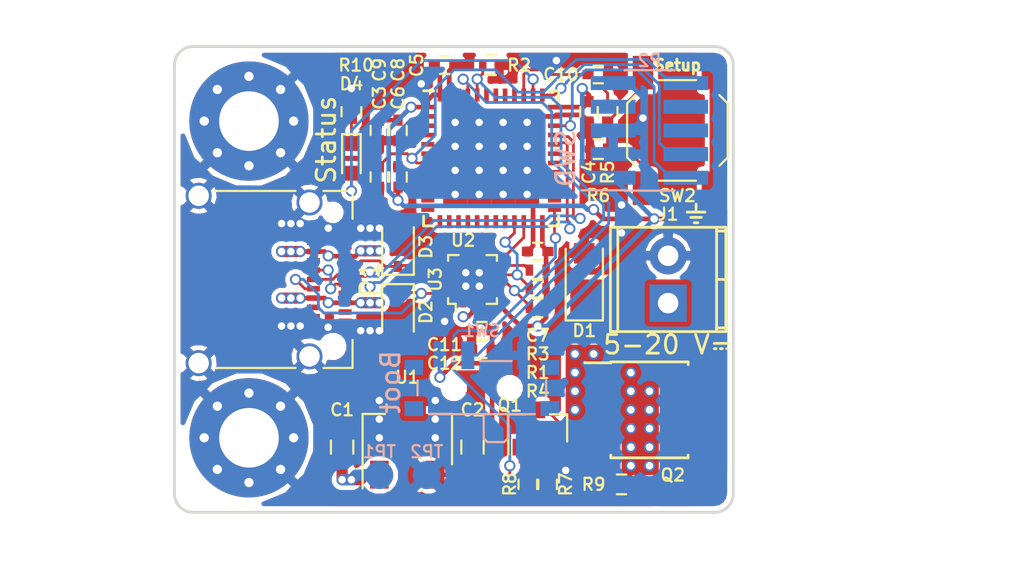
<source format=kicad_pcb>
(kicad_pcb (version 4) (host pcbnew 4.0.6)
  (title_block (title "PD Buddy Sink") (rev 0.3))
  (layers (0 F.Cu signal) (1 In1.Cu signal) (2 In2.Cu signal) (31 B.Cu signal) (34 B.Paste user) (35 F.Paste user) (36 B.SilkS user) (37 F.SilkS user) (38 B.Mask user) (39 F.Mask user) (44 Edge.Cuts user))
  (net 0 "")
  (net 1 VBUS)
  (net 2 GND)
  (net 3 +3V3)
  (net 4 /Microcontroller/nRST)
  (net 5 "/PD PHY/CC2")
  (net 6 "/PD PHY/CC1")
  (net 7 "Net-(P1-PadB8)")
  (net 8 "Net-(P1-PadB3)")
  (net 9 "Net-(P1-PadB10)")
  (net 10 "Net-(P1-PadB2)")
  (net 11 "Net-(P1-PadB11)")
  (net 12 "Net-(P1-PadA2)")
  (net 13 "Net-(P1-PadA3)")
  (net 14 "Net-(P1-PadA10)")
  (net 15 "Net-(P1-PadA8)")
  (net 16 "Net-(P1-PadA11)")
  (net 17 /Microcontroller/SWDIO)
  (net 18 /Microcontroller/SWCLK)
  (net 19 "Net-(P2-Pad6)")
  (net 20 "Net-(P2-Pad7)")
  (net 21 "Net-(P2-Pad8)")
  (net 22 "Net-(Q1-Pad1)")
  (net 23 /Microcontroller/INT_N)
  (net 24 /Microcontroller/SCL)
  (net 25 /Microcontroller/SDA)
  (net 26 "Net-(R5-Pad1)")
  (net 27 /Microcontroller/OUT_CTRL)
  (net 28 "Net-(U2-Pad2)")
  (net 29 "Net-(U2-Pad3)")
  (net 30 "Net-(U2-Pad4)")
  (net 31 "Net-(U2-Pad5)")
  (net 32 "Net-(U2-Pad6)")
  (net 33 "Net-(U2-Pad10)")
  (net 34 "Net-(U2-Pad11)")
  (net 35 "Net-(U2-Pad12)")
  (net 36 "Net-(U2-Pad13)")
  (net 37 "Net-(U2-Pad14)")
  (net 38 "Net-(U2-Pad15)")
  (net 39 "Net-(U2-Pad16)")
  (net 40 "Net-(U2-Pad17)")
  (net 41 "Net-(U2-Pad18)")
  (net 42 "Net-(U2-Pad19)")
  (net 43 "Net-(U2-Pad20)")
  (net 44 "Net-(U2-Pad26)")
  (net 45 "Net-(U2-Pad27)")
  (net 46 "Net-(U2-Pad28)")
  (net 47 "Net-(U2-Pad29)")
  (net 48 "Net-(U2-Pad30)")
  (net 49 "Net-(U2-Pad40)")
  (net 50 "Net-(U2-Pad46)")
  (net 51 VCONN)
  (net 52 "Net-(D4-Pad1)")
  (net 53 /Microcontroller/D+)
  (net 54 /Microcontroller/D-)
  (net 55 /Microcontroller/SETUP)
  (net 56 "Net-(U2-Pad31)")
  (net 57 "Net-(U2-Pad41)")
  (net 58 "Net-(U2-Pad42)")
  (net 59 "Net-(U2-Pad43)")
  (net 60 "Net-(Q1-Pad3)")
  (net 61 /Output/OUT)
  (net 62 /Microcontroller/BOOT)
  (net 63 /Microcontroller/STATUS)
  (module Fiducials:Fiducial_1mm_Dia_2.54mm_Outer_CopperTop (layer F.Cu) (at 110.25 81.25)
    (fp_text reference FID3 hide)
    (fp_text value Fiducial_1mm_Dia_2.54mm_Outer_CopperTop)
    (pad ~ smd circle (at 0 0) (size 1 1) (layers F.Cu F.Mask) (clearance 0.77))
  )
  (module Fiducials:Fiducial_1mm_Dia_2.54mm_Outer_CopperTop (layer F.Cu) (at 89 81.25)
    (fp_text reference FID2 hide)
    (fp_text value Fiducial_1mm_Dia_2.54mm_Outer_CopperTop)
    (pad ~ smd circle (at 0 0) (size 1 1) (layers F.Cu F.Mask) (clearance 0.77))
  )
  (module Housings_DFN_QFN:QFN-48-1EP_7x7mm_Pitch0.5mm (layer F.Cu) (at 98.5 63.5)
    (fp_text reference U2 (at -1.5 4.4) (layer F.SilkS) (effects (font (size 0.65 0.65) (thickness 0.12))))
    (fp_text value STM32F072C8Ux)
    (pad 1 smd rect (at -3.4 -2.75) (size 0.7 0.25) (layers F.Cu F.Paste F.Mask) (net 3 +3V3))
    (pad 2 smd rect (at -3.4 -2.25) (size 0.7 0.25) (layers F.Cu F.Paste F.Mask) (net 28 "Net-(U2-Pad2)"))
    (pad 3 smd rect (at -3.4 -1.75) (size 0.7 0.25) (layers F.Cu F.Paste F.Mask) (net 29 "Net-(U2-Pad3)"))
    (pad 4 smd rect (at -3.4 -1.25) (size 0.7 0.25) (layers F.Cu F.Paste F.Mask) (net 30 "Net-(U2-Pad4)"))
    (pad 5 smd rect (at -3.4 -0.75) (size 0.7 0.25) (layers F.Cu F.Paste F.Mask) (net 31 "Net-(U2-Pad5)"))
    (pad 6 smd rect (at -3.4 -0.25) (size 0.7 0.25) (layers F.Cu F.Paste F.Mask) (net 32 "Net-(U2-Pad6)"))
    (pad 7 smd rect (at -3.4 0.25) (size 0.7 0.25) (layers F.Cu F.Paste F.Mask) (net 4 /Microcontroller/nRST))
    (pad 8 smd rect (at -3.4 0.75) (size 0.7 0.25) (layers F.Cu F.Paste F.Mask) (net 2 GND))
    (pad 9 smd rect (at -3.4 1.25) (size 0.7 0.25) (layers F.Cu F.Paste F.Mask) (net 3 +3V3))
    (pad 10 smd rect (at -3.4 1.75) (size 0.7 0.25) (layers F.Cu F.Paste F.Mask) (net 33 "Net-(U2-Pad10)"))
    (pad 11 smd rect (at -3.4 2.25) (size 0.7 0.25) (layers F.Cu F.Paste F.Mask) (net 34 "Net-(U2-Pad11)"))
    (pad 12 smd rect (at -3.4 2.75) (size 0.7 0.25) (layers F.Cu F.Paste F.Mask) (net 35 "Net-(U2-Pad12)"))
    (pad 13 smd rect (at -2.75 3.4 90) (size 0.7 0.25) (layers F.Cu F.Paste F.Mask) (net 36 "Net-(U2-Pad13)"))
    (pad 14 smd rect (at -2.25 3.4 90) (size 0.7 0.25) (layers F.Cu F.Paste F.Mask) (net 37 "Net-(U2-Pad14)"))
    (pad 15 smd rect (at -1.75 3.4 90) (size 0.7 0.25) (layers F.Cu F.Paste F.Mask) (net 38 "Net-(U2-Pad15)"))
    (pad 16 smd rect (at -1.25 3.4 90) (size 0.7 0.25) (layers F.Cu F.Paste F.Mask) (net 39 "Net-(U2-Pad16)"))
    (pad 17 smd rect (at -0.75 3.4 90) (size 0.7 0.25) (layers F.Cu F.Paste F.Mask) (net 40 "Net-(U2-Pad17)"))
    (pad 18 smd rect (at -0.25 3.4 90) (size 0.7 0.25) (layers F.Cu F.Paste F.Mask) (net 41 "Net-(U2-Pad18)"))
    (pad 19 smd rect (at 0.25 3.4 90) (size 0.7 0.25) (layers F.Cu F.Paste F.Mask) (net 42 "Net-(U2-Pad19)"))
    (pad 20 smd rect (at 0.75 3.4 90) (size 0.7 0.25) (layers F.Cu F.Paste F.Mask) (net 43 "Net-(U2-Pad20)"))
    (pad 21 smd rect (at 1.25 3.4 90) (size 0.7 0.25) (layers F.Cu F.Paste F.Mask) (net 24 /Microcontroller/SCL))
    (pad 22 smd rect (at 1.75 3.4 90) (size 0.7 0.25) (layers F.Cu F.Paste F.Mask) (net 25 /Microcontroller/SDA))
    (pad 23 smd rect (at 2.25 3.4 90) (size 0.7 0.25) (layers F.Cu F.Paste F.Mask) (net 2 GND))
    (pad 24 smd rect (at 2.75 3.4 90) (size 0.7 0.25) (layers F.Cu F.Paste F.Mask) (net 3 +3V3))
    (pad 25 smd rect (at 3.4 2.75) (size 0.7 0.25) (layers F.Cu F.Paste F.Mask) (net 23 /Microcontroller/INT_N))
    (pad 26 smd rect (at 3.4 2.25) (size 0.7 0.25) (layers F.Cu F.Paste F.Mask) (net 44 "Net-(U2-Pad26)"))
    (pad 27 smd rect (at 3.4 1.75) (size 0.7 0.25) (layers F.Cu F.Paste F.Mask) (net 45 "Net-(U2-Pad27)"))
    (pad 28 smd rect (at 3.4 1.25) (size 0.7 0.25) (layers F.Cu F.Paste F.Mask) (net 46 "Net-(U2-Pad28)"))
    (pad 29 smd rect (at 3.4 0.75) (size 0.7 0.25) (layers F.Cu F.Paste F.Mask) (net 47 "Net-(U2-Pad29)"))
    (pad 30 smd rect (at 3.4 0.25) (size 0.7 0.25) (layers F.Cu F.Paste F.Mask) (net 48 "Net-(U2-Pad30)"))
    (pad 31 smd rect (at 3.4 -0.25) (size 0.7 0.25) (layers F.Cu F.Paste F.Mask) (net 56 "Net-(U2-Pad31)"))
    (pad 32 smd rect (at 3.4 -0.75) (size 0.7 0.25) (layers F.Cu F.Paste F.Mask) (net 54 /Microcontroller/D-))
    (pad 33 smd rect (at 3.4 -1.25) (size 0.7 0.25) (layers F.Cu F.Paste F.Mask) (net 53 /Microcontroller/D+))
    (pad 34 smd rect (at 3.4 -1.75) (size 0.7 0.25) (layers F.Cu F.Paste F.Mask) (net 17 /Microcontroller/SWDIO))
    (pad 35 smd rect (at 3.4 -2.25) (size 0.7 0.25) (layers F.Cu F.Paste F.Mask) (net 2 GND))
    (pad 36 smd rect (at 3.4 -2.75) (size 0.7 0.25) (layers F.Cu F.Paste F.Mask) (net 3 +3V3))
    (pad 37 smd rect (at 2.75 -3.4 90) (size 0.7 0.25) (layers F.Cu F.Paste F.Mask) (net 18 /Microcontroller/SWCLK))
    (pad 38 smd rect (at 2.25 -3.4 90) (size 0.7 0.25) (layers F.Cu F.Paste F.Mask) (net 63 /Microcontroller/STATUS))
    (pad 39 smd rect (at 1.75 -3.4 90) (size 0.7 0.25) (layers F.Cu F.Paste F.Mask) (net 55 /Microcontroller/SETUP))
    (pad 40 smd rect (at 1.25 -3.4 90) (size 0.7 0.25) (layers F.Cu F.Paste F.Mask) (net 49 "Net-(U2-Pad40)"))
    (pad 41 smd rect (at 0.75 -3.4 90) (size 0.7 0.25) (layers F.Cu F.Paste F.Mask) (net 57 "Net-(U2-Pad41)"))
    (pad 42 smd rect (at 0.25 -3.4 90) (size 0.7 0.25) (layers F.Cu F.Paste F.Mask) (net 58 "Net-(U2-Pad42)"))
    (pad 43 smd rect (at -0.25 -3.4 90) (size 0.7 0.25) (layers F.Cu F.Paste F.Mask) (net 59 "Net-(U2-Pad43)"))
    (pad 44 smd rect (at -0.75 -3.4 90) (size 0.7 0.25) (layers F.Cu F.Paste F.Mask) (net 62 /Microcontroller/BOOT))
    (pad 45 smd rect (at -1.25 -3.4 90) (size 0.7 0.25) (layers F.Cu F.Paste F.Mask) (net 27 /Microcontroller/OUT_CTRL))
    (pad 46 smd rect (at -1.75 -3.4 90) (size 0.7 0.25) (layers F.Cu F.Paste F.Mask) (net 50 "Net-(U2-Pad46)"))
    (pad 47 smd rect (at -2.25 -3.4 90) (size 0.7 0.25) (layers F.Cu F.Paste F.Mask) (net 2 GND))
    (pad 48 smd rect (at -2.75 -3.4 90) (size 0.7 0.25) (layers F.Cu F.Paste F.Mask) (net 3 +3V3))
    (pad 49 smd rect (at 1.93125 1.93125) (size 1.2875 1.2875) (layers F.Cu F.Paste F.Mask) (net 2 GND))
    (pad 49 smd rect (at 1.93125 0.64375) (size 1.2875 1.2875) (layers F.Cu F.Paste F.Mask) (net 2 GND))
    (pad 49 smd rect (at 1.93125 -0.64375) (size 1.2875 1.2875) (layers F.Cu F.Paste F.Mask) (net 2 GND))
    (pad 49 smd rect (at 1.93125 -1.93125) (size 1.2875 1.2875) (layers F.Cu F.Paste F.Mask) (net 2 GND))
    (pad 49 smd rect (at 0.64375 1.93125) (size 1.2875 1.2875) (layers F.Cu F.Paste F.Mask) (net 2 GND))
    (pad 49 smd rect (at 0.64375 0.64375) (size 1.2875 1.2875) (layers F.Cu F.Paste F.Mask) (net 2 GND))
    (pad 49 smd rect (at 0.64375 -0.64375) (size 1.2875 1.2875) (layers F.Cu F.Paste F.Mask) (net 2 GND))
    (pad 49 smd rect (at 0.64375 -1.93125) (size 1.2875 1.2875) (layers F.Cu F.Paste F.Mask) (net 2 GND))
    (pad 49 smd rect (at -0.64375 1.93125) (size 1.2875 1.2875) (layers F.Cu F.Paste F.Mask) (net 2 GND))
    (pad 49 smd rect (at -0.64375 0.64375) (size 1.2875 1.2875) (layers F.Cu F.Paste F.Mask) (net 2 GND))
    (pad 49 smd rect (at -0.64375 -0.64375) (size 1.2875 1.2875) (layers F.Cu F.Paste F.Mask) (net 2 GND))
    (pad 49 smd rect (at -0.64375 -1.93125) (size 1.2875 1.2875) (layers F.Cu F.Paste F.Mask) (net 2 GND))
    (pad 49 smd rect (at -1.93125 1.93125) (size 1.2875 1.2875) (layers F.Cu F.Paste F.Mask) (net 2 GND))
    (pad 49 smd rect (at -1.93125 0.64375) (size 1.2875 1.2875) (layers F.Cu F.Paste F.Mask) (net 2 GND))
    (pad 49 smd rect (at -1.93125 -0.64375) (size 1.2875 1.2875) (layers F.Cu F.Paste F.Mask) (net 2 GND))
    (pad 49 smd rect (at -1.93125 -1.93125) (size 1.2875 1.2875) (layers F.Cu F.Paste F.Mask) (net 2 GND))
  )
  (module Connectors_Terminal_Blocks:TerminalBlock_Pheonix_MPT-2.54mm_2pol (layer F.Cu) (at 108 71.27 90)
    (fp_text reference J1 (at 4.77 0 180) (layer F.SilkS) (effects (font (size 0.65 0.65) (thickness 0.12))))
    (fp_text value "5-20 V⎓" (at -2.23 0 180) (layer F.SilkS))
    (pad 2 thru_hole oval (at 2.54 0 90) (size 1.99898 1.99898) (drill 1.09728) (layers *.Cu *.Mask) (net 2 GND))
    (pad 1 thru_hole rect (at 0 0 90) (size 1.99898 1.99898) (drill 1.09728) (layers *.Cu *.Mask) (net 61 /Output/OUT))
  )
  (module Housings_SOIC:SOIC-8_3.9x4.9mm_Pitch1.27mm (layer F.Cu) (at 107 77)
    (fp_text reference Q2 (at 1.25 3.5) (layer F.SilkS) (effects (font (size 0.65 0.65) (thickness 0.12))))
    (fp_text value DMP4015SSS)
    (pad 1 smd rect (at -2.7 -1.905) (size 1.55 0.6) (layers F.Cu F.Paste F.Mask) (net 1 VBUS))
    (pad 2 smd rect (at -2.7 -0.635) (size 1.55 0.6) (layers F.Cu F.Paste F.Mask) (net 1 VBUS))
    (pad 3 smd rect (at -2.7 0.635) (size 1.55 0.6) (layers F.Cu F.Paste F.Mask) (net 1 VBUS))
    (pad 4 smd rect (at -2.7 1.905) (size 1.55 0.6) (layers F.Cu F.Paste F.Mask) (net 60 "Net-(Q1-Pad3)"))
    (pad 5 smd rect (at 2.7 1.905) (size 1.55 0.6) (layers F.Cu F.Paste F.Mask) (net 61 /Output/OUT))
    (pad 6 smd rect (at 2.7 0.635) (size 1.55 0.6) (layers F.Cu F.Paste F.Mask) (net 61 /Output/OUT))
    (pad 7 smd rect (at 2.7 -0.635) (size 1.55 0.6) (layers F.Cu F.Paste F.Mask) (net 61 /Output/OUT))
    (pad 8 smd rect (at 2.7 -1.905) (size 1.55 0.6) (layers F.Cu F.Paste F.Mask) (net 61 /Output/OUT))
  )
  (module TO_SOT_Packages_SMD:SOT-23 (layer F.Cu) (at 101 78 90)
    (fp_text reference Q1 (at 1.25 -1.5 180) (layer F.SilkS) (effects (font (size 0.65 0.65) (thickness 0.12))))
    (fp_text value MMBT2222ALT1G)
    (pad 1 smd rect (at -1 -0.95 90) (size 0.9 0.8) (layers F.Cu F.Paste F.Mask) (net 22 "Net-(Q1-Pad1)"))
    (pad 2 smd rect (at -1 0.95 90) (size 0.9 0.8) (layers F.Cu F.Paste F.Mask) (net 2 GND))
    (pad 3 smd rect (at 1 0 90) (size 0.9 0.8) (layers F.Cu F.Paste F.Mask) (net 60 "Net-(Q1-Pad3)"))
  )
  (module Diodes_SMD:D_SOD-323 (layer F.Cu) (at 93.5 71.75 270)
    (fp_text reference D2 (at 0 -1.5 270) (layer F.SilkS) (effects (font (size 0.65 0.65) (thickness 0.12))))
    (fp_text value CZRF52C5V6)
    (pad 1 smd rect (at -1.05 0 270) (size 0.6 0.45) (layers F.Cu F.Paste F.Mask) (net 5 "/PD PHY/CC2"))
    (pad 2 smd rect (at 1.05 0 270) (size 0.6 0.45) (layers F.Cu F.Paste F.Mask) (net 2 GND))
  )
  (module Diodes_SMD:D_SOD-323 (layer F.Cu) (at 93.5 68.25 90)
    (fp_text reference D3 (at 0 1.5 90) (layer F.SilkS) (effects (font (size 0.65 0.65) (thickness 0.12))))
    (fp_text value CZRF52C5V6)
    (pad 1 smd rect (at -1.05 0 90) (size 0.6 0.45) (layers F.Cu F.Paste F.Mask) (net 6 "/PD PHY/CC1"))
    (pad 2 smd rect (at 1.05 0 90) (size 0.6 0.45) (layers F.Cu F.Paste F.Mask) (net 2 GND))
  )
  (module TO_SOT_Packages_SMD:SOT89-3_Housing (layer F.Cu) (at 94 79 90)
    (fp_text reference U1 (at 3.75 0 180) (layer F.SilkS) (effects (font (size 0.65 0.65) (thickness 0.12))))
    (fp_text value AP2204R-3.3TRG1)
    (pad 1 smd rect (at -1.48 -1.5) (size 1 1.5) (layers F.Cu F.Paste F.Mask) (net 1 VBUS))
    (pad 2 smd rect (at -1.48 0) (size 1 1.5) (layers F.Cu F.Paste F.Mask) (net 2 GND))
    (pad 3 smd rect (at -1.48 1.5) (size 1 1.5) (layers F.Cu F.Paste F.Mask) (net 3 +3V3))
    (pad 2 smd rect (at 1.48 0) (size 2 3) (layers F.Cu F.Paste F.Mask) (net 2 GND))
    (pad 2 smd trapezoid (at -0.37 0 180) (size 1.5 0.75) (rect_delta 0 0.5) (layers F.Cu F.Paste F.Mask) (net 2 GND))
  )
  (module Buttons_Switches_SMD:SW_SPST_SKQG (layer F.Cu) (at 108.5 62 270)
    (fp_text reference SW2 (at 3.5 0 360) (layer F.SilkS) (effects (font (size 0.65 0.65) (thickness 0.12))))
    (fp_text value Setup (at -3.5 0 360) (layer F.SilkS) (effects (font (size 0.6 0.6))))
    (pad 1 smd rect (at -3.1 -1.85 270) (size 1.8 1.1) (layers F.Cu F.Paste F.Mask) (net 3 +3V3))
    (pad 1 smd rect (at 3.1 -1.85 270) (size 1.8 1.1) (layers F.Cu F.Paste F.Mask) (net 3 +3V3))
    (pad 2 smd rect (at -3.1 1.85 270) (size 1.8 1.1) (layers F.Cu F.Paste F.Mask) (net 26 "Net-(R5-Pad1)"))
    (pad 2 smd rect (at 3.1 1.85 270) (size 1.8 1.1) (layers F.Cu F.Paste F.Mask) (net 26 "Net-(R5-Pad1)"))
  )
  (module Diodes_SMD:D_SOD-123F (layer F.Cu) (at 103.5 70 90)
    (fp_text reference D1 (at -2.75 0 180) (layer F.SilkS) (effects (font (size 0.65 0.65) (thickness 0.12))))
    (fp_text value SS14FL)
    (pad 1 smd rect (at -1.4 0 90) (size 1.1 1.1) (layers F.Cu F.Paste F.Mask) (net 61 /Output/OUT))
    (pad 2 smd rect (at 1.4 0 90) (size 1.1 1.1) (layers F.Cu F.Paste F.Mask) (net 2 GND))
  )
  (module pd-buddy:MLP-14 (layer F.Cu) (at 97.5 70 90)
    (fp_text reference U3 (at 0 -2 90) (layer F.SilkS) (effects (font (size 0.65 0.65) (thickness 0.12))))
    (fp_text value FUSB302B)
    (pad 2 smd rect (at -1.215 0 90) (size 0.58 0.3) (layers F.Cu F.Paste F.Mask) (net 1 VBUS))
    (pad 1 smd rect (at -1.215 -0.5 90) (size 0.58 0.3) (layers F.Cu F.Paste F.Mask) (net 5 "/PD PHY/CC2"))
    (pad 3 smd rect (at -1.215 0.5 90) (size 0.58 0.3) (layers F.Cu F.Paste F.Mask) (net 3 +3V3))
    (pad 8 smd rect (at 1.215 0.5 90) (size 0.58 0.3) (layers F.Cu F.Paste F.Mask) (net 2 GND))
    (pad 10 smd rect (at 1.215 -0.5 90) (size 0.58 0.3) (layers F.Cu F.Paste F.Mask) (net 6 "/PD PHY/CC1"))
    (pad 9 smd rect (at 1.215 0 90) (size 0.58 0.3) (layers F.Cu F.Paste F.Mask) (net 2 GND))
    (pad 4 smd rect (at -0.75 1.215 90) (size 0.3 0.58) (layers F.Cu F.Paste F.Mask) (net 3 +3V3))
    (pad 5 smd rect (at -0.25 1.215 90) (size 0.3 0.58) (layers F.Cu F.Paste F.Mask) (net 23 /Microcontroller/INT_N))
    (pad 6 smd rect (at 0.25 1.215 90) (size 0.3 0.58) (layers F.Cu F.Paste F.Mask) (net 24 /Microcontroller/SCL))
    (pad 7 smd rect (at 0.75 1.215 90) (size 0.3 0.58) (layers F.Cu F.Paste F.Mask) (net 25 /Microcontroller/SDA))
    (pad 11 smd rect (at 0.75 -1.215 90) (size 0.3 0.58) (layers F.Cu F.Paste F.Mask) (net 6 "/PD PHY/CC1"))
    (pad 12 smd rect (at 0.25 -1.215 90) (size 0.3 0.58) (layers F.Cu F.Paste F.Mask) (net 51 VCONN))
    (pad 13 smd rect (at -0.25 -1.215 90) (size 0.3 0.58) (layers F.Cu F.Paste F.Mask) (net 51 VCONN))
    (pad 14 smd rect (at -0.75 -1.215 90) (size 0.3 0.58) (layers F.Cu F.Paste F.Mask) (net 5 "/PD PHY/CC2"))
    (pad 15 smd rect (at -0.3625 0.3625 90) (size 0.725 0.725) (layers F.Cu F.Paste F.Mask) (net 2 GND))
    (pad 15 smd rect (at 0.3625 0.3625 90) (size 0.725 0.725) (layers F.Cu F.Paste F.Mask) (net 2 GND))
    (pad 15 smd rect (at -0.3625 -0.3625 90) (size 0.725 0.725) (layers F.Cu F.Paste F.Mask) (net 2 GND))
    (pad 15 smd rect (at 0.3625 -0.3625 90) (size 0.725 0.725) (layers F.Cu F.Paste F.Mask) (net 2 GND))
  )
  (module pd-buddy:Pin_Header_Straight_2x05_Pitch1.27mm_SMD_NOPASTE (layer B.Cu) (at 107 62)
    (fp_text reference P2 (at 0 -3.75) (layer B.SilkS) (effects (font (size 0.65 0.65) (thickness 0.12)) (justify mirror)))
    (fp_text value SWD (at -4.5 1.5 270) (layer B.SilkS) (effects (justify mirror)))
    (pad 1 smd rect (at -1.95 2.54) (size 2.4 0.75) (layers B.Cu B.Mask) (net 3 +3V3))
    (pad 2 smd rect (at 1.95 2.54) (size 2.4 0.75) (layers B.Cu B.Mask) (net 17 /Microcontroller/SWDIO))
    (pad 3 smd rect (at -1.95 1.27) (size 2.4 0.75) (layers B.Cu B.Mask) (net 2 GND))
    (pad 4 smd rect (at 1.95 1.27) (size 2.4 0.75) (layers B.Cu B.Mask) (net 18 /Microcontroller/SWCLK))
    (pad 5 smd rect (at -1.95 0) (size 2.4 0.75) (layers B.Cu B.Mask) (net 2 GND))
    (pad 6 smd rect (at 1.95 0) (size 2.4 0.75) (layers B.Cu B.Mask) (net 19 "Net-(P2-Pad6)"))
    (pad 7 smd rect (at -1.95 -1.27) (size 2.4 0.75) (layers B.Cu B.Mask) (net 20 "Net-(P2-Pad7)"))
    (pad 8 smd rect (at 1.95 -1.27) (size 2.4 0.75) (layers B.Cu B.Mask) (net 21 "Net-(P2-Pad8)"))
    (pad 9 smd rect (at -1.95 -2.54) (size 2.4 0.75) (layers B.Cu B.Mask) (net 2 GND))
    (pad 10 smd rect (at 1.95 -2.54) (size 2.4 0.75) (layers B.Cu B.Mask) (net 4 /Microcontroller/nRST))
  )
  (module pd-buddy:SW_SPDT_PCM12_NOPASTE (layer B.Cu) (at 98 75.5 180)
    (fp_text reference SW1 (at 0 2.75 180) (layer B.SilkS) (effects (font (size 0.65 0.65) (thickness 0.12)) (justify mirror)))
    (fp_text value Boot (at 4.9 0 450) (layer B.SilkS) (effects (justify mirror)))
    (pad "" np_thru_hole circle (at -1.5 -0.33 180) (size 0.9 0.9) (drill 0.9) (layers *.Cu *.Mask))
    (pad "" np_thru_hole circle (at 1.5 -0.33 180) (size 0.9 0.9) (drill 0.9) (layers *.Cu *.Mask))
    (pad 1 smd rect (at -2.25 1.43 180) (size 0.7 1.5) (layers B.Cu B.Mask) (net 2 GND))
    (pad 2 smd rect (at 0.75 1.43 180) (size 0.7 1.5) (layers B.Cu B.Mask) (net 62 /Microcontroller/BOOT))
    (pad 3 smd rect (at 2.25 1.43 180) (size 0.7 1.5) (layers B.Cu B.Mask) (net 3 +3V3))
    (pad "" smd rect (at -3.65 -1.43 180) (size 1 0.8) (layers B.Cu B.Mask))
    (pad "" smd rect (at 3.65 -1.43 180) (size 1 0.8) (layers B.Cu B.Mask))
    (pad "" smd rect (at 3.65 0.78 180) (size 1 0.8) (layers B.Cu B.Mask))
    (pad "" smd rect (at -3.65 0.78 180) (size 1 0.8) (layers B.Cu B.Mask))
  )
  (module Capacitors_SMD:C_0603 (layer F.Cu) (at 90.5 79 90)
    (fp_text reference C1 (at 2 0 180) (layer F.SilkS) (effects (font (size 0.65 0.65) (thickness 0.12))))
    (fp_text value "1.0μF 25V")
    (pad 1 smd rect (at -0.75 0 90) (size 0.8 0.75) (layers F.Cu F.Paste F.Mask) (net 1 VBUS))
    (pad 2 smd rect (at 0.75 0 90) (size 0.8 0.75) (layers F.Cu F.Paste F.Mask) (net 2 GND))
  )
  (module Capacitors_SMD:C_0603 (layer F.Cu) (at 97.5 79 90)
    (fp_text reference C2 (at 2 0 180) (layer F.SilkS) (effects (font (size 0.65 0.65) (thickness 0.12))))
    (fp_text value 2.2μF)
    (pad 1 smd rect (at -0.75 0 90) (size 0.8 0.75) (layers F.Cu F.Paste F.Mask) (net 3 +3V3))
    (pad 2 smd rect (at 0.75 0 90) (size 0.8 0.75) (layers F.Cu F.Paste F.Mask) (net 2 GND))
  )
  (module Capacitors_SMD:C_0402 (layer F.Cu) (at 92.5 64.5 90)
    (fp_text reference C3 (at 4.25 0 90) (layer F.SilkS) (effects (font (size 0.65 0.65) (thickness 0.12))))
    (fp_text value 0.1μF)
    (pad 1 smd rect (at -0.55 0 90) (size 0.6 0.5) (layers F.Cu F.Paste F.Mask) (net 2 GND))
    (pad 2 smd rect (at 0.55 0 90) (size 0.6 0.5) (layers F.Cu F.Paste F.Mask) (net 4 /Microcontroller/nRST))
  )
  (module Capacitors_SMD:C_0402 (layer F.Cu) (at 103.75 61 270)
    (fp_text reference C4 (at 3.25 0 270) (layer F.SilkS) (effects (font (size 0.65 0.65) (thickness 0.12))))
    (fp_text value 0.1μF)
    (pad 1 smd rect (at -0.55 0 270) (size 0.6 0.5) (layers F.Cu F.Paste F.Mask) (net 3 +3V3))
    (pad 2 smd rect (at 0.55 0 270) (size 0.6 0.5) (layers F.Cu F.Paste F.Mask) (net 2 GND))
  )
  (module Capacitors_SMD:C_0402 (layer F.Cu) (at 96 58.5)
    (fp_text reference C5 (at -1.5 0 90) (layer F.SilkS) (effects (font (size 0.65 0.65) (thickness 0.12))))
    (fp_text value 0.1μF)
    (pad 1 smd rect (at -0.55 0) (size 0.6 0.5) (layers F.Cu F.Paste F.Mask) (net 3 +3V3))
    (pad 2 smd rect (at 0.55 0) (size 0.6 0.5) (layers F.Cu F.Paste F.Mask) (net 2 GND))
  )
  (module Capacitors_SMD:C_0402 (layer F.Cu) (at 93.5 64.5 90)
    (fp_text reference C6 (at 4.25 0 90) (layer F.SilkS) (effects (font (size 0.65 0.65) (thickness 0.12))))
    (fp_text value 0.1μF)
    (pad 1 smd rect (at -0.55 0 90) (size 0.6 0.5) (layers F.Cu F.Paste F.Mask) (net 3 +3V3))
    (pad 2 smd rect (at 0.55 0 90) (size 0.6 0.5) (layers F.Cu F.Paste F.Mask) (net 2 GND))
  )
  (module Capacitors_SMD:C_0402 (layer F.Cu) (at 101 68.5 180)
    (fp_text reference C7 (at 0 -4.5 180) (layer F.SilkS) (effects (font (size 0.65 0.65) (thickness 0.12))))
    (fp_text value 0.1μF)
    (pad 1 smd rect (at -0.55 0 180) (size 0.6 0.5) (layers F.Cu F.Paste F.Mask) (net 3 +3V3))
    (pad 2 smd rect (at 0.55 0 180) (size 0.6 0.5) (layers F.Cu F.Paste F.Mask) (net 2 GND))
  )
  (module Capacitors_SMD:C_0402 (layer F.Cu) (at 93.5 62 270)
    (fp_text reference C8 (at -3.25 0 270) (layer F.SilkS) (effects (font (size 0.65 0.65) (thickness 0.12))))
    (fp_text value 0.1μF)
    (pad 1 smd rect (at -0.55 0 270) (size 0.6 0.5) (layers F.Cu F.Paste F.Mask) (net 3 +3V3))
    (pad 2 smd rect (at 0.55 0 270) (size 0.6 0.5) (layers F.Cu F.Paste F.Mask) (net 2 GND))
  )
  (module Capacitors_SMD:C_0402 (layer F.Cu) (at 92.5 62 270)
    (fp_text reference C9 (at -3.25 0 270) (layer F.SilkS) (effects (font (size 0.65 0.65) (thickness 0.12))))
    (fp_text value 1μF)
    (pad 1 smd rect (at -0.55 0 270) (size 0.6 0.5) (layers F.Cu F.Paste F.Mask) (net 3 +3V3))
    (pad 2 smd rect (at 0.55 0 270) (size 0.6 0.5) (layers F.Cu F.Paste F.Mask) (net 2 GND))
  )
  (module Capacitors_SMD:C_0402 (layer F.Cu) (at 104.25 59)
    (fp_text reference C10 (at -2 0) (layer F.SilkS) (effects (font (size 0.65 0.65) (thickness 0.12))))
    (fp_text value 0.1μF)
    (pad 1 smd rect (at -0.55 0) (size 0.6 0.5) (layers F.Cu F.Paste F.Mask) (net 55 /Microcontroller/SETUP))
    (pad 2 smd rect (at 0.55 0) (size 0.6 0.5) (layers F.Cu F.Paste F.Mask) (net 2 GND))
  )
  (module Capacitors_SMD:C_0402 (layer F.Cu) (at 98 72.75 180)
    (fp_text reference C11 (at 2 -0.75 180) (layer F.SilkS) (effects (font (size 0.65 0.65) (thickness 0.12))))
    (fp_text value 0.1μF)
    (pad 1 smd rect (at -0.55 0 180) (size 0.6 0.5) (layers F.Cu F.Paste F.Mask) (net 3 +3V3))
    (pad 2 smd rect (at 0.55 0 180) (size 0.6 0.5) (layers F.Cu F.Paste F.Mask) (net 2 GND))
  )
  (module Capacitors_SMD:C_0402 (layer F.Cu) (at 98 73.75 180)
    (fp_text reference C12 (at 2 -0.75 180) (layer F.SilkS) (effects (font (size 0.65 0.65) (thickness 0.12))))
    (fp_text value 1μF)
    (pad 1 smd rect (at -0.55 0 180) (size 0.6 0.5) (layers F.Cu F.Paste F.Mask) (net 3 +3V3))
    (pad 2 smd rect (at 0.55 0 180) (size 0.6 0.5) (layers F.Cu F.Paste F.Mask) (net 2 GND))
  )
  (module LEDs:LED_0603 (layer F.Cu) (at 91 63.5 270)
    (fp_text reference D4 (at -4 0 360) (layer F.SilkS) (effects (font (size 0.65 0.65) (thickness 0.12))))
    (fp_text value Status (at -1 1.35 270) (layer F.SilkS))
    (pad 2 smd rect (at 0.8 0 90) (size 0.8 0.8) (layers F.Cu F.Paste F.Mask) (net 63 /Microcontroller/STATUS))
    (pad 1 smd rect (at -0.8 0 90) (size 0.8 0.8) (layers F.Cu F.Paste F.Mask) (net 52 "Net-(D4-Pad1)"))
  )
  (module Resistors_SMD:R_0402 (layer F.Cu) (at 101 70.5)
    (fp_text reference R1 (at 0 4.5) (layer F.SilkS) (effects (font (size 0.65 0.65) (thickness 0.12))))
    (fp_text value 2kΩ)
    (pad 1 smd rect (at -0.45 0) (size 0.4 0.6) (layers F.Cu F.Paste F.Mask) (net 24 /Microcontroller/SCL))
    (pad 2 smd rect (at 0.45 0) (size 0.4 0.6) (layers F.Cu F.Paste F.Mask) (net 3 +3V3))
  )
  (module Resistors_SMD:R_0402 (layer F.Cu) (at 98.5 58.5 180)
    (fp_text reference R2 (at -1.5 0 180) (layer F.SilkS) (effects (font (size 0.65 0.65) (thickness 0.12))))
    (fp_text value 10kΩ)
    (pad 1 smd rect (at -0.45 0 180) (size 0.4 0.6) (layers F.Cu F.Paste F.Mask) (net 2 GND))
    (pad 2 smd rect (at 0.45 0 180) (size 0.4 0.6) (layers F.Cu F.Paste F.Mask) (net 62 /Microcontroller/BOOT))
  )
  (module Resistors_SMD:R_0402 (layer F.Cu) (at 101 69.5)
    (fp_text reference R3 (at 0 4.5) (layer F.SilkS) (effects (font (size 0.65 0.65) (thickness 0.12))))
    (fp_text value 2kΩ)
    (pad 1 smd rect (at -0.45 0) (size 0.4 0.6) (layers F.Cu F.Paste F.Mask) (net 25 /Microcontroller/SDA))
    (pad 2 smd rect (at 0.45 0) (size 0.4 0.6) (layers F.Cu F.Paste F.Mask) (net 3 +3V3))
  )
  (module Resistors_SMD:R_0402 (layer F.Cu) (at 101 71.5)
    (fp_text reference R4 (at 0 4.5) (layer F.SilkS) (effects (font (size 0.65 0.65) (thickness 0.12))))
    (fp_text value 2kΩ)
    (pad 1 smd rect (at -0.45 0) (size 0.4 0.6) (layers F.Cu F.Paste F.Mask) (net 23 /Microcontroller/INT_N))
    (pad 2 smd rect (at 0.45 0) (size 0.4 0.6) (layers F.Cu F.Paste F.Mask) (net 3 +3V3))
  )
  (module Resistors_SMD:R_0402 (layer F.Cu) (at 104.75 61 90)
    (fp_text reference R5 (at -3.25 0 90) (layer F.SilkS) (effects (font (size 0.65 0.65) (thickness 0.12))))
    (fp_text value 10kΩ)
    (pad 1 smd rect (at -0.45 0 90) (size 0.4 0.6) (layers F.Cu F.Paste F.Mask) (net 26 "Net-(R5-Pad1)"))
    (pad 2 smd rect (at 0.45 0 90) (size 0.4 0.6) (layers F.Cu F.Paste F.Mask) (net 55 /Microcontroller/SETUP))
  )
  (module Resistors_SMD:R_0402 (layer F.Cu) (at 104.25 63 180)
    (fp_text reference R6 (at 0 -2.5 180) (layer F.SilkS) (effects (font (size 0.65 0.65) (thickness 0.12))))
    (fp_text value 10kΩ)
    (pad 1 smd rect (at -0.45 0 180) (size 0.4 0.6) (layers F.Cu F.Paste F.Mask) (net 26 "Net-(R5-Pad1)"))
    (pad 2 smd rect (at 0.45 0 180) (size 0.4 0.6) (layers F.Cu F.Paste F.Mask) (net 2 GND))
  )
  (module Resistors_SMD:R_0402 (layer F.Cu) (at 101.5 81 90)
    (fp_text reference R7 (at 0 1 90) (layer F.SilkS) (effects (font (size 0.65 0.65) (thickness 0.12))))
    (fp_text value 10kΩ)
    (pad 1 smd rect (at -0.45 0 90) (size 0.4 0.6) (layers F.Cu F.Paste F.Mask) (net 27 /Microcontroller/OUT_CTRL))
    (pad 2 smd rect (at 0.45 0 90) (size 0.4 0.6) (layers F.Cu F.Paste F.Mask) (net 2 GND))
  )
  (module Resistors_SMD:R_0402 (layer F.Cu) (at 100.5 81 90)
    (fp_text reference R8 (at 0 -1 90) (layer F.SilkS) (effects (font (size 0.65 0.65) (thickness 0.12))))
    (fp_text value 2kΩ)
    (pad 1 smd rect (at -0.45 0 90) (size 0.4 0.6) (layers F.Cu F.Paste F.Mask) (net 27 /Microcontroller/OUT_CTRL))
    (pad 2 smd rect (at 0.45 0 90) (size 0.4 0.6) (layers F.Cu F.Paste F.Mask) (net 22 "Net-(Q1-Pad1)"))
  )
  (module Resistors_SMD:R_0402 (layer F.Cu) (at 91 61 90)
    (fp_text reference R10 (at 2.5 0.25 180) (layer F.SilkS) (effects (font (size 0.65 0.65) (thickness 0.12))))
    (fp_text value 300Ω)
    (pad 1 smd rect (at -0.45 0 90) (size 0.4 0.6) (layers F.Cu F.Paste F.Mask) (net 52 "Net-(D4-Pad1)"))
    (pad 2 smd rect (at 0.45 0 90) (size 0.4 0.6) (layers F.Cu F.Paste F.Mask) (net 2 GND))
  )
  (module Mounting_Holes:MountingHole_3.2mm_M3_Pad_Via (layer F.Cu) (at 85.5 78.5 90)
    (fp_text reference MK1)
    (fp_text value M3)
    (pad 1 thru_hole circle (at 0 0 90) (size 6.4 6.4) (drill 3.2) (layers *.Cu *.Mask) (net 2 GND))
    (pad "" thru_hole circle (at 2.4 0 90) (size 0.6 0.6) (drill 0.5) (layers *.Cu *.Mask))
    (pad "" thru_hole circle (at 1.697056 1.697056 90) (size 0.6 0.6) (drill 0.5) (layers *.Cu *.Mask))
    (pad "" thru_hole circle (at 0 2.4 90) (size 0.6 0.6) (drill 0.5) (layers *.Cu *.Mask))
    (pad "" thru_hole circle (at -1.697056 1.697056 90) (size 0.6 0.6) (drill 0.5) (layers *.Cu *.Mask))
    (pad "" thru_hole circle (at -2.4 0 90) (size 0.6 0.6) (drill 0.5) (layers *.Cu *.Mask))
    (pad "" thru_hole circle (at -1.697056 -1.697056 90) (size 0.6 0.6) (drill 0.5) (layers *.Cu *.Mask))
    (pad "" thru_hole circle (at 0 -2.4 90) (size 0.6 0.6) (drill 0.5) (layers *.Cu *.Mask))
    (pad "" thru_hole circle (at 1.697056 -1.697056 90) (size 0.6 0.6) (drill 0.5) (layers *.Cu *.Mask))
  )
  (module Mounting_Holes:MountingHole_3.2mm_M3_Pad_Via (layer F.Cu) (at 85.5 61.5 90)
    (fp_text reference MK2)
    (fp_text value M3)
    (pad 1 thru_hole circle (at 0 0 90) (size 6.4 6.4) (drill 3.2) (layers *.Cu *.Mask) (net 2 GND))
    (pad "" thru_hole circle (at 2.4 0 90) (size 0.6 0.6) (drill 0.5) (layers *.Cu *.Mask))
    (pad "" thru_hole circle (at 1.697056 1.697056 90) (size 0.6 0.6) (drill 0.5) (layers *.Cu *.Mask))
    (pad "" thru_hole circle (at 0 2.4 90) (size 0.6 0.6) (drill 0.5) (layers *.Cu *.Mask))
    (pad "" thru_hole circle (at -1.697056 1.697056 90) (size 0.6 0.6) (drill 0.5) (layers *.Cu *.Mask))
    (pad "" thru_hole circle (at -2.4 0 90) (size 0.6 0.6) (drill 0.5) (layers *.Cu *.Mask))
    (pad "" thru_hole circle (at -1.697056 -1.697056 90) (size 0.6 0.6) (drill 0.5) (layers *.Cu *.Mask))
    (pad "" thru_hole circle (at 0 -2.4 90) (size 0.6 0.6) (drill 0.5) (layers *.Cu *.Mask))
    (pad "" thru_hole circle (at 1.697056 -1.697056 90) (size 0.6 0.6) (drill 0.5) (layers *.Cu *.Mask))
  )
  (module Resistors_SMD:R_0402 (layer F.Cu) (at 105.5 81 180)
    (fp_text reference R9 (at 1.5 0 180) (layer F.SilkS) (effects (font (size 0.65 0.65) (thickness 0.12))))
    (fp_text value 100kΩ)
    (pad 1 smd rect (at -0.45 0 180) (size 0.4 0.6) (layers F.Cu F.Paste F.Mask) (net 1 VBUS))
    (pad 2 smd rect (at 0.45 0 180) (size 0.4 0.6) (layers F.Cu F.Paste F.Mask) (net 60 "Net-(Q1-Pad3)"))
  )
  (module Measurement_Points:Measurement_Point_Round-SMD-Pad_Small (layer B.Cu) (at 92.5 80.5)
    (fp_text reference TP1 (at 0 -1.25) (layer B.SilkS) (effects (font (size 0.65 0.65) (thickness 0.12)) (justify mirror)))
    (fp_text value VBUS)
    (pad 1 smd circle (at 0 0) (size 1.5 1.5) (layers B.Cu B.Mask) (net 1 VBUS))
  )
  (module Measurement_Points:Measurement_Point_Round-SMD-Pad_Small (layer B.Cu) (at 95.04 80.5)
    (fp_text reference TP2 (at 0 -1.25) (layer B.SilkS) (effects (font (size 0.65 0.65) (thickness 0.12)) (justify mirror)))
    (fp_text value GND)
    (pad 1 smd circle (at 0 0) (size 1.5 1.5) (layers B.Cu B.Mask) (net 2 GND))
  )
  (module pd-buddy:Amphenol-12401610E4#2A (layer F.Cu) (at 90 70 270)
    (fp_text reference P1 (at 0 -2 270) (layer F.SilkS))
    (fp_text value 12401610E4#2A)
    (pad SH thru_hole circle (at -4.13 1.25 270) (size 1.4 1.4) (drill 1.1) (layers *.Cu *.Mask) (net 2 GND))
    (pad A1 smd rect (at -2.75 -0.66 270) (size 0.3 0.7) (layers F.Cu F.Paste F.Mask) (net 2 GND))
    (pad A2 smd rect (at -2.25 -0.66 270) (size 0.3 0.7) (layers F.Cu F.Paste F.Mask) (net 12 "Net-(P1-PadA2)"))
    (pad A3 smd rect (at -1.75 -0.66 270) (size 0.3 0.7) (layers F.Cu F.Paste F.Mask) (net 13 "Net-(P1-PadA3)"))
    (pad A4 smd rect (at -1.25 -0.66 270) (size 0.3 0.7) (layers F.Cu F.Paste F.Mask) (net 1 VBUS))
    (pad A5 smd rect (at -0.75 -0.66 270) (size 0.3 0.7) (layers F.Cu F.Paste F.Mask) (net 6 "/PD PHY/CC1"))
    (pad A6 smd rect (at -0.25 -0.66 270) (size 0.3 0.7) (layers F.Cu F.Paste F.Mask) (net 53 /Microcontroller/D+))
    (pad A7 smd rect (at 0.25 -0.66 270) (size 0.3 0.7) (layers F.Cu F.Paste F.Mask) (net 54 /Microcontroller/D-))
    (pad A12 smd rect (at 2.75 -0.66 270) (size 0.3 0.7) (layers F.Cu F.Paste F.Mask) (net 2 GND))
    (pad A10 smd rect (at 1.75 -0.66 270) (size 0.3 0.7) (layers F.Cu F.Paste F.Mask) (net 14 "Net-(P1-PadA10)"))
    (pad A9 smd rect (at 1.25 -0.66 270) (size 0.3 0.7) (layers F.Cu F.Paste F.Mask) (net 1 VBUS))
    (pad A8 smd rect (at 0.75 -0.66 270) (size 0.3 0.7) (layers F.Cu F.Paste F.Mask) (net 15 "Net-(P1-PadA8)"))
    (pad A11 smd rect (at 2.25 -0.66 270) (size 0.3 0.7) (layers F.Cu F.Paste F.Mask) (net 16 "Net-(P1-PadA11)"))
    (pad B1 smd rect (at 2.5 1.04 270) (size 0.3 0.7) (layers F.Cu F.Paste F.Mask) (net 2 GND))
    (pad SH thru_hole circle (at 4.13 1.25 270) (size 1.4 1.4) (drill 1.1) (layers *.Cu *.Mask) (net 2 GND))
    (pad SH thru_hole circle (at 4.49 7.2 270) (size 1.4 1.4) (drill 1.1) (layers *.Cu *.Mask) (net 2 GND))
    (pad SH thru_hole circle (at -4.49 7.2 270) (size 1.4 1.4) (drill 1.1) (layers *.Cu *.Mask) (net 2 GND))
    (pad "" np_thru_hole circle (at 3.6 0 270) (size 0.95 0.95) (drill 0.95) (layers *.Cu *.Mask))
    (pad "" np_thru_hole circle (at -3.6 0 270) (size 0.65 0.65) (drill 0.65) (layers *.Cu *.Mask))
    (pad B2 smd rect (at 2 1.04 270) (size 0.3 0.7) (layers F.Cu F.Paste F.Mask) (net 10 "Net-(P1-PadB2)"))
    (pad B3 smd rect (at 1.5 1.04 270) (size 0.3 0.7) (layers F.Cu F.Paste F.Mask) (net 8 "Net-(P1-PadB3)"))
    (pad B4 smd rect (at 1 1.04 270) (size 0.3 0.7) (layers F.Cu F.Paste F.Mask) (net 1 VBUS))
    (pad B5 smd rect (at 0.5 1.04 270) (size 0.3 0.7) (layers F.Cu F.Paste F.Mask) (net 5 "/PD PHY/CC2"))
    (pad B6 smd rect (at 0 1.04 270) (size 0.3 0.7) (layers F.Cu F.Paste F.Mask) (net 53 /Microcontroller/D+))
    (pad B7 smd rect (at -0.5 1.04 270) (size 0.3 0.7) (layers F.Cu F.Paste F.Mask) (net 54 /Microcontroller/D-))
    (pad B8 smd rect (at -1 1.04 270) (size 0.3 0.7) (layers F.Cu F.Paste F.Mask) (net 7 "Net-(P1-PadB8)"))
    (pad B9 smd rect (at -1.5 1.04 270) (size 0.3 0.7) (layers F.Cu F.Paste F.Mask) (net 1 VBUS))
    (pad B10 smd rect (at -2 1.04 270) (size 0.3 0.7) (layers F.Cu F.Paste F.Mask) (net 9 "Net-(P1-PadB10)"))
    (pad B11 smd rect (at -2.5 1.04 270) (size 0.3 0.7) (layers F.Cu F.Paste F.Mask) (net 11 "Net-(P1-PadB11)"))
    (pad B12 smd rect (at -3 1.04 270) (size 0.3 0.7) (layers F.Cu F.Paste F.Mask) (net 2 GND))
  )
  (module Fiducials:Fiducial_1mm_Dia_2.54mm_Outer_CopperTop (layer F.Cu) (at 89 58.75)
    (fp_text reference FID1 hide)
    (fp_text value Fiducial_1mm_Dia_2.54mm_Outer_CopperTop)
    (pad ~ smd circle (at 0 0) (size 1 1) (layers F.Cu F.Mask) (clearance 0.77))
  )
  (gr_text ⏚ (at 109.5 66.5) (layer F.SilkS) (effects (font (size 1 1))))
  (gr_arc (start 110.5 81.5) (end 111.5 81.5) (angle 90) (layer Edge.Cuts) (width 0.15))
  (gr_arc (start 110.5 58.5) (end 110.5 57.5) (angle 90) (layer Edge.Cuts) (width 0.15))
  (gr_arc (start 82.5 81.5) (end 82.5 82.5) (angle 90) (layer Edge.Cuts) (width 0.15))
  (gr_arc (start 82.5 58.5) (end 81.5 58.5) (angle 90) (layer Edge.Cuts) (width 0.15))
  (gr_line (start 110.5 57.5) (end 82.5 57.5) (layer Edge.Cuts) (width 0.15))
  (gr_line (start 111.5 81.5) (end 111.5 58.5) (layer Edge.Cuts) (width 0.15))
  (gr_line (start 82.5 82.5) (end 110.5 82.5) (layer Edge.Cuts) (width 0.15))
  (gr_line (start 81.5 58.5) (end 81.5 81.5) (layer Edge.Cuts) (width 0.15))
  (via (at 87.75 68.5) (size 0.6) (drill 0.4) (layers F.Cu B.Cu) (net 1))
  (segment (start 87.75 68.5) (end 87.25 68.5) (width 0.6) (layer F.Cu) (net 1))
  (segment (start 88.25 68.5) (end 87.75 68.5) (width 0.6) (layer F.Cu) (net 1))
  (via (at 87.25 68.5) (size 0.6) (drill 0.4) (layers F.Cu B.Cu) (net 1))
  (via (at 91.999996 68.46499) (size 0.6) (drill 0.4) (layers F.Cu B.Cu) (net 1))
  (segment (start 91.999996 68.46499) (end 92.5 68.46499) (width 0.6) (layer F.Cu) (net 1))
  (segment (start 91.999996 68.46499) (end 91.5 68.46499) (width 0.6) (layer F.Cu) (net 1))
  (via (at 92.5 68.46499) (size 0.6) (drill 0.4) (layers F.Cu B.Cu) (net 1))
  (segment (start 87.75 71) (end 87.25 71) (width 0.6) (layer F.Cu) (net 1))
  (via (at 87.25 71) (size 0.6) (drill 0.4) (layers F.Cu B.Cu) (net 1))
  (segment (start 91 80.75) (end 90.5 80.75) (width 0.6) (layer B.Cu) (net 1))
  (via (at 90.5 80.75) (size 0.6) (drill 0.4) (layers F.Cu B.Cu) (net 1))
  (segment (start 91 80.75) (end 90.5 80.75) (width 0.6) (layer F.Cu) (net 1))
  (segment (start 92.5 80.5) (end 91.25 80.5) (width 0.6) (layer B.Cu) (net 1))
  (segment (start 91.25 80.5) (end 91 80.75) (width 0.6) (layer B.Cu) (net 1))
  (segment (start 106 77) (end 106 76) (width 0.6) (layer F.Cu) (net 1))
  (via (at 106 76) (size 0.6) (drill 0.4) (layers F.Cu B.Cu) (net 1))
  (segment (start 106 78) (end 106 77) (width 0.6) (layer F.Cu) (net 1))
  (via (at 106 77) (size 0.6) (drill 0.4) (layers F.Cu B.Cu) (net 1))
  (segment (start 106.095 75.095) (end 106 75) (width 0.6) (layer F.Cu) (net 1))
  (segment (start 107 76) (end 106 75) (width 0.6) (layer F.Cu) (net 1))
  (via (at 106 75) (size 0.6) (drill 0.4) (layers F.Cu B.Cu) (net 1))
  (segment (start 104.3 75.095) (end 106.095 75.095) (width 0.6) (layer F.Cu) (net 1))
  (segment (start 106 79) (end 106 78) (width 0.6) (layer F.Cu) (net 1))
  (via (at 106 78) (size 0.6) (drill 0.4) (layers F.Cu B.Cu) (net 1))
  (segment (start 105.95 80.05) (end 106 80) (width 0.25) (layer F.Cu) (net 1))
  (segment (start 105.95 81) (end 105.95 80.05) (width 0.25) (layer F.Cu) (net 1))
  (segment (start 107 80) (end 106 80) (width 0.6) (layer F.Cu) (net 1))
  (via (at 106 80) (size 0.6) (drill 0.4) (layers F.Cu B.Cu) (net 1))
  (segment (start 107 79) (end 106 79) (width 0.6) (layer F.Cu) (net 1))
  (via (at 106 79) (size 0.6) (drill 0.4) (layers F.Cu B.Cu) (net 1))
  (segment (start 92 71.25) (end 92.5 71.25) (width 0.6) (layer F.Cu) (net 1))
  (via (at 92.5 71.25) (size 0.6) (drill 0.4) (layers F.Cu B.Cu) (net 1))
  (segment (start 91.200001 68.764989) (end 91.5 68.46499) (width 0.25) (layer F.Cu) (net 1))
  (segment (start 90.674989 68.764989) (end 91.200001 68.764989) (width 0.25) (layer F.Cu) (net 1))
  (segment (start 90.66 68.75) (end 90.674989 68.764989) (width 0.25) (layer F.Cu) (net 1))
  (via (at 91.5 68.46499) (size 0.6) (drill 0.4) (layers F.Cu B.Cu) (net 1))
  (segment (start 89.75857 71.19857) (end 89.75857 71.248027) (width 0.25) (layer F.Cu) (net 1))
  (segment (start 88.96 71) (end 89.56 71) (width 0.25) (layer F.Cu) (net 1))
  (segment (start 89.760543 71.25) (end 89.75857 71.248027) (width 0.25) (layer F.Cu) (net 1))
  (segment (start 90.66 71.25) (end 89.760543 71.25) (width 0.25) (layer F.Cu) (net 1))
  (segment (start 89.56 71) (end 89.75857 71.19857) (width 0.25) (layer F.Cu) (net 1))
  (segment (start 89.774237 68.75) (end 89.758717 68.73448) (width 0.25) (layer F.Cu) (net 1))
  (segment (start 89.758717 68.698717) (end 89.758717 68.73448) (width 0.25) (layer F.Cu) (net 1))
  (segment (start 90.66 68.75) (end 89.774237 68.75) (width 0.25) (layer F.Cu) (net 1))
  (via (at 89.75857 71.248027) (size 0.6) (drill 0.4) (layers F.Cu B.Cu) (net 1))
  (via (at 89.758717 68.73448) (size 0.6) (drill 0.4) (layers F.Cu B.Cu) (net 1))
  (segment (start 89.56 68.5) (end 89.758717 68.698717) (width 0.25) (layer F.Cu) (net 1))
  (segment (start 88.96 68.5) (end 89.56 68.5) (width 0.25) (layer F.Cu) (net 1))
  (segment (start 97.5 71.215) (end 97.5 71.755) (width 0.25) (layer F.Cu) (net 1))
  (segment (start 97.5 71.755) (end 97.255 72) (width 0.25) (layer F.Cu) (net 1))
  (segment (start 97.255 72) (end 97 72) (width 0.25) (layer F.Cu) (net 1))
  (via (at 97 72) (size 0.6) (drill 0.4) (layers F.Cu B.Cu) (net 1))
  (segment (start 107 79) (end 107 80) (width 0.6) (layer F.Cu) (net 1))
  (via (at 107 80) (size 0.6) (drill 0.4) (layers F.Cu B.Cu) (net 1))
  (via (at 87.75 71) (size 0.6) (drill 0.4) (layers F.Cu B.Cu) (net 1))
  (segment (start 88.25 71) (end 87.75 71) (width 0.6) (layer F.Cu) (net 1))
  (segment (start 103 77) (end 103 76) (width 0.6) (layer F.Cu) (net 1))
  (segment (start 103 76) (end 103 75) (width 0.6) (layer F.Cu) (net 1))
  (segment (start 103 75) (end 103 74) (width 0.6) (layer F.Cu) (net 1))
  (segment (start 103 74) (end 104 74) (width 0.6) (layer F.Cu) (net 1))
  (segment (start 107 78) (end 107 79) (width 0.6) (layer F.Cu) (net 1))
  (via (at 107 79) (size 0.6) (drill 0.4) (layers F.Cu B.Cu) (net 1))
  (segment (start 107 77) (end 107 78) (width 0.6) (layer F.Cu) (net 1))
  (via (at 107 78) (size 0.6) (drill 0.4) (layers F.Cu B.Cu) (net 1))
  (segment (start 107 76) (end 107 77) (width 0.6) (layer F.Cu) (net 1))
  (via (at 107 77) (size 0.6) (drill 0.4) (layers F.Cu B.Cu) (net 1))
  (via (at 107 76) (size 0.6) (drill 0.4) (layers F.Cu B.Cu) (net 1))
  (via (at 104 74) (size 0.6) (drill 0.4) (layers F.Cu B.Cu) (net 1))
  (via (at 103 74) (size 0.6) (drill 0.4) (layers F.Cu B.Cu) (net 1))
  (via (at 103 75) (size 0.6) (drill 0.4) (layers F.Cu B.Cu) (net 1))
  (via (at 103 76) (size 0.6) (drill 0.4) (layers F.Cu B.Cu) (net 1))
  (segment (start 104.3 77.635) (end 103.635 77.635) (width 0.6) (layer F.Cu) (net 1))
  (segment (start 103.635 77.635) (end 103 77) (width 0.6) (layer F.Cu) (net 1))
  (via (at 103 77) (size 0.6) (drill 0.4) (layers F.Cu B.Cu) (net 1))
  (segment (start 91.48 80.75) (end 91 80.75) (width 0.6) (layer F.Cu) (net 1))
  (via (at 91 80.75) (size 0.6) (drill 0.4) (layers F.Cu B.Cu) (net 1))
  (segment (start 92.5 80.48) (end 91.75 80.48) (width 0.6) (layer F.Cu) (net 1))
  (segment (start 91.75 80.48) (end 91.48 80.75) (width 0.6) (layer F.Cu) (net 1))
  (segment (start 90.5 79.75) (end 90.5 80.75) (width 0.6) (layer F.Cu) (net 1))
  (segment (start 91.5 71.25) (end 92 71.25) (width 0.6) (layer F.Cu) (net 1))
  (via (at 92 71.25) (size 0.6) (drill 0.4) (layers F.Cu B.Cu) (net 1))
  (segment (start 90.66 71.25) (end 91.5 71.25) (width 0.25) (layer F.Cu) (net 1))
  (via (at 91.5 71.25) (size 0.6) (drill 0.4) (layers F.Cu B.Cu) (net 1))
  (segment (start 88.96 71) (end 88.25 71) (width 0.25) (layer F.Cu) (net 1))
  (via (at 88.25 71) (size 0.6) (drill 0.4) (layers F.Cu B.Cu) (net 1))
  (segment (start 88.96 68.5) (end 88.25 68.5) (width 0.25) (layer F.Cu) (net 1))
  (via (at 88.25 68.5) (size 0.6) (drill 0.4) (layers F.Cu B.Cu) (net 1))
  (segment (start 85.5 61.5) (end 86.365802 61.5) (width 0.25) (layer F.Cu) (net 2))
  (segment (start 86.365802 61.5) (end 87.782057 62.916255) (width 0.25) (layer F.Cu) (net 2))
  (segment (start 87.782057 62.916255) (end 87.782057 63.717943) (width 0.25) (layer F.Cu) (net 2))
  (segment (start 85.5 78.5) (end 86.365802 78.5) (width 0.25) (layer F.Cu) (net 2))
  (segment (start 86.365802 78.5) (end 87.782057 77.083745) (width 0.25) (layer F.Cu) (net 2))
  (segment (start 87.782057 77.083745) (end 87.782057 76.282057) (width 0.25) (layer F.Cu) (net 2))
  (segment (start 87.782057 76.282057) (end 87.75 76.25) (width 0.25) (layer F.Cu) (net 2))
  (via (at 92.5 67.25) (size 0.6) (drill 0.4) (layers F.Cu B.Cu) (net 2))
  (segment (start 92 67.25) (end 92.5 67.25) (width 0.25) (layer F.Cu) (net 2))
  (segment (start 87.75 67) (end 87.25 67) (width 0.25) (layer F.Cu) (net 2))
  (via (at 87.25 67) (size 0.6) (drill 0.4) (layers F.Cu B.Cu) (net 2))
  (segment (start 103.8 63) (end 103.8 64.3) (width 0.25) (layer F.Cu) (net 2))
  (segment (start 103.8 64.3) (end 105.5 66) (width 0.25) (layer F.Cu) (net 2))
  (via (at 105.5 66) (size 0.6) (drill 0.4) (layers F.Cu B.Cu) (net 2))
  (segment (start 96.299999 72.549999) (end 96 72.25) (width 0.25) (layer F.Cu) (net 2))
  (segment (start 96.5 72.75) (end 96.299999 72.549999) (width 0.25) (layer F.Cu) (net 2))
  (segment (start 97.45 72.75) (end 96.5 72.75) (width 0.25) (layer F.Cu) (net 2))
  (via (at 96 72.25) (size 0.6) (drill 0.4) (layers F.Cu B.Cu) (net 2))
  (via (at 105.5 67.5) (size 0.6) (drill 0.4) (layers F.Cu B.Cu) (net 2))
  (via (at 94.75 59.5) (size 0.6) (drill 0.4) (layers F.Cu B.Cu) (net 2))
  (segment (start 92 72.75) (end 92.5 72.75) (width 0.25) (layer F.Cu) (net 2))
  (via (at 92.5 72.75) (size 0.6) (drill 0.4) (layers F.Cu B.Cu) (net 2))
  (segment (start 87.75 72.5) (end 87.25 72.5) (width 0.25) (layer F.Cu) (net 2))
  (via (at 87.25 72.5) (size 0.6) (drill 0.4) (layers F.Cu B.Cu) (net 2))
  (segment (start 101.5 80.55) (end 102.2 80.55) (width 0.25) (layer F.Cu) (net 2))
  (segment (start 102.2 80.55) (end 102.5 80.25) (width 0.25) (layer F.Cu) (net 2))
  (via (at 102.5 80.25) (size 0.6) (drill 0.4) (layers F.Cu B.Cu) (net 2))
  (segment (start 98 68.785) (end 98 69.5) (width 0.25) (layer F.Cu) (net 2))
  (segment (start 98 69.5) (end 97.8625 69.6375) (width 0.25) (layer F.Cu) (net 2))
  (segment (start 97.5 68.785) (end 97.5 68.245) (width 0.25) (layer F.Cu) (net 2))
  (segment (start 97.5 68.245) (end 97.745 68) (width 0.25) (layer F.Cu) (net 2))
  (segment (start 97.745 68) (end 97.755 68) (width 0.25) (layer F.Cu) (net 2))
  (segment (start 97.755 68) (end 98 68.245) (width 0.25) (layer F.Cu) (net 2))
  (segment (start 98 68.245) (end 98 68.785) (width 0.25) (layer F.Cu) (net 2))
  (segment (start 106.75 61.25) (end 106.733707 61.25) (width 0.25) (layer B.Cu) (net 2))
  (segment (start 106.733707 61.25) (end 106.647916 61.335791) (width 0.25) (layer B.Cu) (net 2))
  (via (at 106.647916 61.335791) (size 0.6) (drill 0.4) (layers F.Cu B.Cu) (net 2))
  (segment (start 105.05 59.46) (end 105.875 59.46) (width 0.25) (layer B.Cu) (net 2))
  (segment (start 105.875 59.46) (end 106.75 60.335) (width 0.25) (layer B.Cu) (net 2))
  (segment (start 106.75 60.335) (end 106.75 61.25) (width 0.25) (layer B.Cu) (net 2))
  (segment (start 106.75 61.25) (end 106 62) (width 0.25) (layer B.Cu) (net 2))
  (segment (start 106 62) (end 105.05 62) (width 0.25) (layer B.Cu) (net 2))
  (via (at 89.75 72.570011) (size 0.6) (drill 0.4) (layers F.Cu B.Cu) (net 2))
  (segment (start 89.929989 72.75) (end 89.75 72.570011) (width 0.25) (layer F.Cu) (net 2))
  (segment (start 89.679989 72.5) (end 89.75 72.570011) (width 0.25) (layer F.Cu) (net 2))
  (segment (start 88.96 72.5) (end 89.679989 72.5) (width 0.25) (layer F.Cu) (net 2))
  (segment (start 90.66 72.75) (end 89.929989 72.75) (width 0.25) (layer F.Cu) (net 2))
  (via (at 97.1375 70.3625) (size 0.6) (drill 0.4) (layers F.Cu B.Cu) (net 2))
  (via (at 97.8625 70.3625) (size 0.6) (drill 0.4) (layers F.Cu B.Cu) (net 2))
  (via (at 97.8625 69.6375) (size 0.6) (drill 0.4) (layers F.Cu B.Cu) (net 2))
  (via (at 97.1375 69.6375) (size 0.6) (drill 0.4) (layers F.Cu B.Cu) (net 2))
  (segment (start 101.985002 61.164998) (end 103.364998 61.164998) (width 0.25) (layer F.Cu) (net 2))
  (segment (start 103.364998 61.164998) (end 103.75 61.55) (width 0.25) (layer F.Cu) (net 2))
  (segment (start 101.9 61.25) (end 101.985002 61.164998) (width 0.25) (layer F.Cu) (net 2))
  (segment (start 99.65 58.25) (end 102 58.25) (width 0.25) (layer F.Cu) (net 2))
  (segment (start 99.4 58.5) (end 99.65 58.25) (width 0.25) (layer F.Cu) (net 2))
  (segment (start 98.95 58.5) (end 99.4 58.5) (width 0.25) (layer F.Cu) (net 2))
  (via (at 102 58.25) (size 0.6) (drill 0.4) (layers F.Cu B.Cu) (net 2))
  (segment (start 105.05 62) (end 105.05 63.27) (width 0.25) (layer B.Cu) (net 2))
  (segment (start 91 60.55) (end 91 59.75) (width 0.25) (layer F.Cu) (net 2))
  (via (at 91 59.75) (size 0.6) (drill 0.4) (layers F.Cu B.Cu) (net 2))
  (segment (start 95.1 64.25) (end 93.8 64.25) (width 0.25) (layer F.Cu) (net 2))
  (segment (start 93.8 64.25) (end 93.5 63.95) (width 0.25) (layer F.Cu) (net 2))
  (segment (start 96.25 60.1) (end 96.25 58.8) (width 0.25) (layer F.Cu) (net 2))
  (segment (start 96.25 58.8) (end 96.55 58.5) (width 0.25) (layer F.Cu) (net 2))
  (segment (start 95.5 78.5) (end 94.98 78.5) (width 0.6) (layer F.Cu) (net 2))
  (segment (start 94.98 78.5) (end 94 77.52) (width 0.25) (layer F.Cu) (net 2))
  (via (at 95.5 78.5) (size 0.6) (drill 0.4) (layers F.Cu B.Cu) (net 2))
  (segment (start 92.5 78.5) (end 93.02 78.5) (width 0.6) (layer F.Cu) (net 2))
  (segment (start 93.02 78.5) (end 94 77.52) (width 0.25) (layer F.Cu) (net 2))
  (via (at 92.5 78.5) (size 0.6) (drill 0.4) (layers F.Cu B.Cu) (net 2))
  (segment (start 95.5 76.5) (end 95.02 76.5) (width 0.6) (layer F.Cu) (net 2))
  (segment (start 95.02 76.5) (end 94 77.52) (width 0.25) (layer F.Cu) (net 2))
  (via (at 95.5 76.5) (size 0.6) (drill 0.4) (layers F.Cu B.Cu) (net 2))
  (segment (start 92.5 76.5) (end 92.98 76.5) (width 0.6) (layer F.Cu) (net 2))
  (segment (start 92.98 76.5) (end 94 77.52) (width 0.25) (layer F.Cu) (net 2))
  (via (at 92.5 76.5) (size 0.6) (drill 0.4) (layers F.Cu B.Cu) (net 2))
  (segment (start 94 77.52) (end 95.48 77.52) (width 0.6) (layer F.Cu) (net 2))
  (segment (start 95.48 77.52) (end 95.5 77.5) (width 0.25) (layer F.Cu) (net 2))
  (via (at 95.5 77.5) (size 0.6) (drill 0.4) (layers F.Cu B.Cu) (net 2))
  (segment (start 94 77.52) (end 92.52 77.52) (width 0.6) (layer F.Cu) (net 2))
  (segment (start 92.52 77.52) (end 92.5 77.5) (width 0.25) (layer F.Cu) (net 2))
  (via (at 92.5 77.5) (size 0.6) (drill 0.4) (layers F.Cu B.Cu) (net 2))
  (segment (start 100.75 66.9) (end 100.75 68.2) (width 0.25) (layer F.Cu) (net 2))
  (segment (start 100.75 68.2) (end 100.45 68.5) (width 0.25) (layer F.Cu) (net 2))
  (segment (start 95.1 64.25) (end 96.4625 64.25) (width 0.25) (layer F.Cu) (net 2))
  (segment (start 96.4625 64.25) (end 96.56875 64.14375) (width 0.25) (layer F.Cu) (net 2))
  (segment (start 100.75 66.9) (end 100.75 65.75) (width 0.25) (layer F.Cu) (net 2))
  (segment (start 100.75 65.75) (end 100.43125 65.43125) (width 0.25) (layer F.Cu) (net 2))
  (segment (start 101.9 61.25) (end 100.75 61.25) (width 0.25) (layer F.Cu) (net 2))
  (segment (start 100.75 61.25) (end 100.43125 61.56875) (width 0.25) (layer F.Cu) (net 2))
  (segment (start 96.25 60.1) (end 96.25 61.25) (width 0.25) (layer F.Cu) (net 2))
  (segment (start 96.25 61.25) (end 96.56875 61.56875) (width 0.25) (layer F.Cu) (net 2))
  (segment (start 88.25 72.5) (end 87.75 72.5) (width 0.25) (layer F.Cu) (net 2))
  (via (at 87.75 72.5) (size 0.6) (drill 0.4) (layers F.Cu B.Cu) (net 2))
  (segment (start 88.96 72.5) (end 88.25 72.5) (width 0.25) (layer F.Cu) (net 2))
  (via (at 88.25 72.5) (size 0.6) (drill 0.4) (layers F.Cu B.Cu) (net 2))
  (segment (start 91.5 72.75) (end 92 72.75) (width 0.25) (layer F.Cu) (net 2))
  (via (at 92 72.75) (size 0.6) (drill 0.4) (layers F.Cu B.Cu) (net 2))
  (segment (start 90.66 72.75) (end 91.5 72.75) (width 0.25) (layer F.Cu) (net 2))
  (via (at 91.5 72.75) (size 0.6) (drill 0.4) (layers F.Cu B.Cu) (net 2))
  (segment (start 91.5 67.25) (end 92 67.25) (width 0.25) (layer F.Cu) (net 2))
  (via (at 92 67.25) (size 0.6) (drill 0.4) (layers F.Cu B.Cu) (net 2))
  (segment (start 90.66 67.25) (end 91.5 67.25) (width 0.25) (layer F.Cu) (net 2))
  (via (at 91.5 67.25) (size 0.6) (drill 0.4) (layers F.Cu B.Cu) (net 2))
  (segment (start 88.25 67) (end 87.75 67) (width 0.25) (layer F.Cu) (net 2))
  (via (at 87.75 67) (size 0.6) (drill 0.4) (layers F.Cu B.Cu) (net 2))
  (segment (start 88.96 67) (end 88.25 67) (width 0.25) (layer F.Cu) (net 2))
  (via (at 88.25 67) (size 0.6) (drill 0.4) (layers F.Cu B.Cu) (net 2))
  (via (at 100.43125 61.56875) (size 0.6) (drill 0.4) (layers F.Cu B.Cu) (net 2))
  (segment (start 89.758563 67.248054) (end 90.658054 67.248054) (width 0.25) (layer F.Cu) (net 2))
  (segment (start 90.658054 67.248054) (end 90.66 67.25) (width 0.25) (layer F.Cu) (net 2))
  (segment (start 88.96 67) (end 89.510509 67) (width 0.25) (layer F.Cu) (net 2))
  (segment (start 89.510509 67) (end 89.758563 67.248054) (width 0.25) (layer F.Cu) (net 2))
  (via (at 89.758563 67.248054) (size 0.6) (drill 0.4) (layers F.Cu B.Cu) (net 2))
  (via (at 96.56875 61.56875) (size 0.6) (drill 0.4) (layers F.Cu B.Cu) (net 2))
  (via (at 97.85625 61.56875) (size 0.6) (drill 0.4) (layers F.Cu B.Cu) (net 2))
  (via (at 99.14375 61.56875) (size 0.6) (drill 0.4) (layers F.Cu B.Cu) (net 2))
  (via (at 100.43125 62.85625) (size 0.6) (drill 0.4) (layers F.Cu B.Cu) (net 2))
  (via (at 99.14375 62.85625) (size 0.6) (drill 0.4) (layers F.Cu B.Cu) (net 2))
  (via (at 97.85625 62.85625) (size 0.6) (drill 0.4) (layers F.Cu B.Cu) (net 2))
  (via (at 96.56875 62.85625) (size 0.6) (drill 0.4) (layers F.Cu B.Cu) (net 2))
  (via (at 96.56875 64.14375) (size 0.6) (drill 0.4) (layers F.Cu B.Cu) (net 2))
  (via (at 97.85625 64.14375) (size 0.6) (drill 0.4) (layers F.Cu B.Cu) (net 2))
  (via (at 99.14375 64.14375) (size 0.6) (drill 0.4) (layers F.Cu B.Cu) (net 2))
  (via (at 100.43125 64.14375) (size 0.6) (drill 0.4) (layers F.Cu B.Cu) (net 2))
  (via (at 100.43125 65.43125) (size 0.6) (drill 0.4) (layers F.Cu B.Cu) (net 2))
  (via (at 99.14375 65.43125) (size 0.6) (drill 0.4) (layers F.Cu B.Cu) (net 2))
  (via (at 97.85625 65.43125) (size 0.6) (drill 0.4) (layers F.Cu B.Cu) (net 2))
  (via (at 96.56875 65.43125) (size 0.6) (drill 0.4) (layers F.Cu B.Cu) (net 2))
  (segment (start 96.499958 74.5) (end 96.049957 74.950001) (width 0.25) (layer F.Cu) (net 3))
  (segment (start 98.55 74.5) (end 96.499958 74.5) (width 0.25) (layer F.Cu) (net 3))
  (segment (start 95.75 75.249958) (end 95.749958 75.25) (width 0.25) (layer B.Cu) (net 3))
  (segment (start 95.75 74.07) (end 95.75 75.249958) (width 0.25) (layer B.Cu) (net 3))
  (segment (start 96.049957 74.950001) (end 95.749958 75.25) (width 0.25) (layer F.Cu) (net 3))
  (via (at 95.749958 75.25) (size 0.6) (drill 0.4) (layers F.Cu B.Cu) (net 3))
  (segment (start 97.5 79.75) (end 98 79.75) (width 0.25) (layer F.Cu) (net 3))
  (segment (start 98 79.75) (end 98.55 79.2) (width 0.25) (layer F.Cu) (net 3))
  (segment (start 98.55 79.2) (end 98.55 74.5) (width 0.25) (layer F.Cu) (net 3))
  (segment (start 98.55 74.5) (end 98.55 74.25) (width 0.25) (layer F.Cu) (net 3))
  (segment (start 103.467345 66.049999) (end 93.799999 66.049999) (width 0.25) (layer B.Cu) (net 3))
  (segment (start 93.799999 66.049999) (end 93.5 65.75) (width 0.25) (layer B.Cu) (net 3))
  (segment (start 104 66.25) (end 103.667346 66.25) (width 0.25) (layer B.Cu) (net 3))
  (segment (start 103.667346 66.25) (end 103.467345 66.049999) (width 0.25) (layer B.Cu) (net 3))
  (segment (start 107.249962 66.75) (end 104.5 66.75) (width 0.25) (layer F.Cu) (net 3))
  (segment (start 104.5 66.75) (end 104 66.25) (width 0.25) (layer F.Cu) (net 3))
  (via (at 104 66.25) (size 0.6) (drill 0.4) (layers F.Cu B.Cu) (net 3))
  (segment (start 110.35 65.1) (end 110.35 66.15) (width 0.25) (layer F.Cu) (net 3))
  (segment (start 110.35 66.15) (end 109.75 66.75) (width 0.25) (layer F.Cu) (net 3))
  (segment (start 109.75 66.75) (end 107.249962 66.75) (width 0.25) (layer F.Cu) (net 3))
  (segment (start 107.25 66.75) (end 107.249962 66.75) (width 0.25) (layer B.Cu) (net 3))
  (via (at 107.249962 66.75) (size 0.6) (drill 0.4) (layers F.Cu B.Cu) (net 3))
  (segment (start 101 72.5) (end 101.5 72.5) (width 0.25) (layer B.Cu) (net 3))
  (segment (start 101.5 72.5) (end 107.25 66.75) (width 0.25) (layer B.Cu) (net 3))
  (via (at 101 72.5) (size 0.6) (drill 0.4) (layers F.Cu B.Cu) (net 3))
  (segment (start 98.715 70.75) (end 98.715 71.15) (width 0.25) (layer F.Cu) (net 3))
  (segment (start 98.715 71.15) (end 100.065 72.5) (width 0.25) (layer F.Cu) (net 3))
  (segment (start 100.065 72.5) (end 101 72.5) (width 0.25) (layer F.Cu) (net 3))
  (segment (start 101.45 72.05) (end 101.45 71.5) (width 0.25) (layer F.Cu) (net 3))
  (segment (start 101 72.5) (end 101.45 72.05) (width 0.25) (layer F.Cu) (net 3))
  (segment (start 98.55 74.25) (end 98.55 73.75) (width 0.25) (layer F.Cu) (net 3))
  (segment (start 93.5 65.75) (end 93.5 65.05) (width 0.25) (layer F.Cu) (net 3))
  (segment (start 93 61.95) (end 93 65.25) (width 0.25) (layer B.Cu) (net 3))
  (segment (start 93 65.25) (end 93.5 65.75) (width 0.25) (layer B.Cu) (net 3))
  (via (at 93.5 65.75) (size 0.6) (drill 0.4) (layers F.Cu B.Cu) (net 3))
  (segment (start 94.2 60.75) (end 93 61.95) (width 0.25) (layer B.Cu) (net 3))
  (via (at 94.2 60.75) (size 0.6) (drill 0.4) (layers F.Cu B.Cu) (net 3))
  (segment (start 105.05 64.54) (end 105.05 64.55) (width 0.25) (layer B.Cu) (net 3))
  (segment (start 105.05 64.55) (end 107.25 66.75) (width 0.25) (layer B.Cu) (net 3))
  (segment (start 103.389998 59.75) (end 103.389998 63.889998) (width 0.25) (layer B.Cu) (net 3))
  (segment (start 103.389998 63.889998) (end 104.04 64.54) (width 0.25) (layer B.Cu) (net 3))
  (segment (start 104.04 64.54) (end 105.05 64.54) (width 0.25) (layer B.Cu) (net 3))
  (segment (start 103.75 60.110002) (end 103.389998 59.75) (width 0.25) (layer F.Cu) (net 3))
  (segment (start 103.75 60.45) (end 103.75 60.110002) (width 0.25) (layer F.Cu) (net 3))
  (via (at 103.389998 59.75) (size 0.6) (drill 0.4) (layers F.Cu B.Cu) (net 3))
  (segment (start 110.35 58.9) (end 110.35 65.1) (width 0.25) (layer F.Cu) (net 3))
  (segment (start 95.1 64.75) (end 93.8 64.75) (width 0.25) (layer F.Cu) (net 3))
  (segment (start 93.8 64.75) (end 93.5 65.05) (width 0.25) (layer F.Cu) (net 3))
  (segment (start 101.9 60.75) (end 103.45 60.75) (width 0.25) (layer F.Cu) (net 3))
  (segment (start 103.45 60.75) (end 103.75 60.45) (width 0.25) (layer F.Cu) (net 3))
  (segment (start 93.5 61.45) (end 94.2 60.75) (width 0.25) (layer F.Cu) (net 3))
  (segment (start 94.2 60.75) (end 95.1 60.75) (width 0.25) (layer F.Cu) (net 3))
  (segment (start 95.1 60.375) (end 95.375 60.1) (width 0.25) (layer F.Cu) (net 3))
  (segment (start 95.375 60.1) (end 95.75 60.1) (width 0.25) (layer F.Cu) (net 3))
  (segment (start 95.1 60.75) (end 95.1 60.375) (width 0.25) (layer F.Cu) (net 3))
  (segment (start 92.5 61.45) (end 93.5 61.45) (width 0.25) (layer F.Cu) (net 3))
  (segment (start 95.75 60.1) (end 95.75 58.8) (width 0.25) (layer F.Cu) (net 3))
  (segment (start 95.75 58.8) (end 95.45 58.5) (width 0.25) (layer F.Cu) (net 3))
  (segment (start 95.5 80.48) (end 96.77 80.48) (width 0.25) (layer F.Cu) (net 3))
  (segment (start 96.77 80.48) (end 97.5 79.75) (width 0.25) (layer F.Cu) (net 3))
  (segment (start 98.55 72.75) (end 98.55 73.75) (width 0.25) (layer F.Cu) (net 3))
  (segment (start 98 71.215) (end 98 72.2) (width 0.25) (layer F.Cu) (net 3))
  (segment (start 98 72.2) (end 98.55 72.75) (width 0.25) (layer F.Cu) (net 3))
  (segment (start 98 71.215) (end 98.25 71.215) (width 0.25) (layer F.Cu) (net 3))
  (segment (start 98.25 71.215) (end 98.715 70.75) (width 0.25) (layer F.Cu) (net 3))
  (segment (start 101.45 69.5) (end 101.45 68.6) (width 0.25) (layer F.Cu) (net 3))
  (segment (start 101.45 68.6) (end 101.55 68.5) (width 0.25) (layer F.Cu) (net 3))
  (segment (start 101.45 70.5) (end 101.45 71.5) (width 0.25) (layer F.Cu) (net 3))
  (segment (start 101.45 69.5) (end 101.45 70.5) (width 0.25) (layer F.Cu) (net 3))
  (segment (start 101.55 68.5) (end 101.25 68.2) (width 0.25) (layer F.Cu) (net 3))
  (segment (start 101.25 68.2) (end 101.25 66.9) (width 0.25) (layer F.Cu) (net 3))
  (segment (start 98.747999 58.747999) (end 96.502001 58.747999) (width 0.15) (layer B.Cu) (net 4))
  (segment (start 108.95 59.46) (end 108.125 59.46) (width 0.15) (layer B.Cu) (net 4))
  (segment (start 108.125 59.46) (end 106.86098 58.19598) (width 0.15) (layer B.Cu) (net 4))
  (segment (start 99.945978 59.945978) (end 98.747999 58.747999) (width 0.15) (layer B.Cu) (net 4))
  (segment (start 106.86098 58.19598) (end 103.05402 58.19598) (width 0.15) (layer B.Cu) (net 4))
  (segment (start 103.05402 58.19598) (end 101.304022 59.945978) (width 0.15) (layer B.Cu) (net 4))
  (segment (start 95.5 59.75) (end 95.5 62.25) (width 0.15) (layer B.Cu) (net 4))
  (segment (start 101.304022 59.945978) (end 99.945978 59.945978) (width 0.15) (layer B.Cu) (net 4))
  (segment (start 96.502001 58.747999) (end 95.5 59.75) (width 0.15) (layer B.Cu) (net 4))
  (segment (start 95.5 62.25) (end 94.25 63.5) (width 0.15) (layer B.Cu) (net 4))
  (segment (start 94.25 63.5) (end 94 63.25) (width 0.15) (layer F.Cu) (net 4))
  (segment (start 94 63.25) (end 93.15 63.25) (width 0.15) (layer F.Cu) (net 4))
  (segment (start 93.15 63.25) (end 92.5 63.9) (width 0.15) (layer F.Cu) (net 4))
  (segment (start 92.5 63.9) (end 92.5 63.95) (width 0.15) (layer F.Cu) (net 4))
  (segment (start 94.25 63.5) (end 94.5 63.75) (width 0.15) (layer F.Cu) (net 4))
  (segment (start 94.5 63.75) (end 95.1 63.75) (width 0.15) (layer F.Cu) (net 4))
  (via (at 94.25 63.5) (size 0.6) (drill 0.4) (layers F.Cu B.Cu) (net 4))
  (segment (start 94.75 70.75) (end 96.285 70.75) (width 0.15) (layer F.Cu) (net 5))
  (segment (start 93.700001 71.799999) (end 94.450001 71.049999) (width 0.15) (layer B.Cu) (net 5))
  (segment (start 89.518719 71.799999) (end 93.700001 71.799999) (width 0.15) (layer B.Cu) (net 5))
  (segment (start 89.223566 71.504846) (end 89.518719 71.799999) (width 0.15) (layer B.Cu) (net 5))
  (segment (start 89.223566 70.799302) (end 89.223566 71.504846) (width 0.15) (layer B.Cu) (net 5))
  (segment (start 94.450001 71.049999) (end 94.75 70.75) (width 0.15) (layer B.Cu) (net 5))
  (segment (start 88.424264 70) (end 89.223566 70.799302) (width 0.15) (layer B.Cu) (net 5))
  (segment (start 88 70) (end 88.424264 70) (width 0.15) (layer B.Cu) (net 5))
  (segment (start 93.5 70.7) (end 94.7 70.7) (width 0.15) (layer F.Cu) (net 5))
  (segment (start 94.7 70.7) (end 94.75 70.75) (width 0.15) (layer F.Cu) (net 5))
  (via (at 94.75 70.75) (size 0.6) (drill 0.4) (layers F.Cu B.Cu) (net 5))
  (segment (start 88.96 70.5) (end 88.5 70.5) (width 0.15) (layer F.Cu) (net 5))
  (segment (start 88.5 70.5) (end 88 70) (width 0.15) (layer F.Cu) (net 5))
  (via (at 88 70) (size 0.6) (drill 0.4) (layers F.Cu B.Cu) (net 5))
  (segment (start 96.285 70.75) (end 96.75 71.215) (width 0.15) (layer F.Cu) (net 5))
  (segment (start 96.75 71.215) (end 97 71.215) (width 0.15) (layer F.Cu) (net 5))
  (segment (start 93.55 70.75) (end 93.5 70.7) (width 0.15) (layer F.Cu) (net 5))
  (segment (start 93.5 69.3) (end 92.8 69.3) (width 0.15) (layer F.Cu) (net 6))
  (segment (start 92.8 69.3) (end 92.5 69) (width 0.15) (layer F.Cu) (net 6))
  (segment (start 92.5 69) (end 91.5 69) (width 0.15) (layer F.Cu) (net 6))
  (segment (start 91.5 69) (end 91.25 69.25) (width 0.15) (layer F.Cu) (net 6))
  (segment (start 91.25 69.25) (end 91.16 69.25) (width 0.15) (layer F.Cu) (net 6))
  (segment (start 91.16 69.25) (end 90.66 69.25) (width 0.15) (layer F.Cu) (net 6))
  (segment (start 96.285 69.25) (end 96.75 68.785) (width 0.15) (layer F.Cu) (net 6))
  (segment (start 96.75 68.785) (end 97 68.785) (width 0.15) (layer F.Cu) (net 6))
  (segment (start 96.285 69.25) (end 93.55 69.25) (width 0.15) (layer F.Cu) (net 6))
  (segment (start 93.55 69.25) (end 93.5 69.3) (width 0.15) (layer F.Cu) (net 6))
  (segment (start 102.854997 61.222749) (end 102.75201 61.325736) (width 0.15) (layer B.Cu) (net 17))
  (segment (start 102.854997 59.493199) (end 102.854997 61.222749) (width 0.15) (layer B.Cu) (net 17))
  (segment (start 106.338002 58.75) (end 103.598196 58.75) (width 0.15) (layer B.Cu) (net 17))
  (segment (start 107.25 59.661998) (end 106.338002 58.75) (width 0.15) (layer B.Cu) (net 17))
  (segment (start 102.75201 61.325736) (end 102.75201 61.75) (width 0.15) (layer B.Cu) (net 17))
  (segment (start 103.598196 58.75) (end 102.854997 59.493199) (width 0.15) (layer B.Cu) (net 17))
  (segment (start 107.25 63.665) (end 107.25 59.661998) (width 0.15) (layer B.Cu) (net 17))
  (segment (start 108.125 64.54) (end 107.25 63.665) (width 0.15) (layer B.Cu) (net 17))
  (segment (start 108.95 64.54) (end 108.125 64.54) (width 0.15) (layer B.Cu) (net 17))
  (segment (start 101.9 61.75) (end 102.75201 61.75) (width 0.15) (layer F.Cu) (net 17))
  (via (at 102.75201 61.75) (size 0.6) (drill 0.4) (layers F.Cu B.Cu) (net 17))
  (segment (start 102.548556 59.407888) (end 102.548556 59.438126) (width 0.15) (layer B.Cu) (net 18))
  (segment (start 106.452743 58.472989) (end 103.483455 58.472989) (width 0.15) (layer B.Cu) (net 18))
  (segment (start 102.548556 59.438126) (end 102.248557 59.738125) (width 0.15) (layer B.Cu) (net 18))
  (segment (start 103.483455 58.472989) (end 102.548556 59.407888) (width 0.15) (layer B.Cu) (net 18))
  (segment (start 108.125 63.27) (end 107.527011 62.672011) (width 0.15) (layer B.Cu) (net 18))
  (segment (start 108.95 63.27) (end 108.125 63.27) (width 0.15) (layer B.Cu) (net 18))
  (segment (start 107.527011 62.672011) (end 107.52701 59.547256) (width 0.15) (layer B.Cu) (net 18))
  (segment (start 107.52701 59.547256) (end 106.452743 58.472989) (width 0.15) (layer B.Cu) (net 18))
  (segment (start 101.886682 60.1) (end 101.948558 60.038124) (width 0.15) (layer F.Cu) (net 18))
  (segment (start 101.948558 60.038124) (end 102.248557 59.738125) (width 0.15) (layer F.Cu) (net 18))
  (via (at 102.248557 59.738125) (size 0.6) (drill 0.4) (layers F.Cu B.Cu) (net 18))
  (segment (start 101.25 60.1) (end 101.886682 60.1) (width 0.15) (layer F.Cu) (net 18))
  (segment (start 101.25 60.1) (end 101.25 60) (width 0.25) (layer F.Cu) (net 18))
  (segment (start 100.5 80.25) (end 100.05 79.8) (width 0.15) (layer F.Cu) (net 22))
  (segment (start 100.05 79.8) (end 100.05 79) (width 0.15) (layer F.Cu) (net 22))
  (segment (start 100.5 80.55) (end 100.5 80.25) (width 0.15) (layer F.Cu) (net 22))
  (via (at 101.952175 67.780707) (size 0.6) (drill 0.4) (layers F.Cu B.Cu) (net 23))
  (segment (start 99.75 70.6) (end 100.174264 70.6) (width 0.15) (layer B.Cu) (net 23))
  (segment (start 100.174264 70.6) (end 101.952175 68.822089) (width 0.15) (layer B.Cu) (net 23))
  (segment (start 101.952175 68.822089) (end 101.952175 68.204971) (width 0.15) (layer B.Cu) (net 23))
  (segment (start 101.952175 68.204971) (end 101.952175 67.780707) (width 0.15) (layer B.Cu) (net 23))
  (segment (start 101.9 66.25) (end 101.9 67.728532) (width 0.15) (layer F.Cu) (net 23))
  (segment (start 101.9 67.728532) (end 101.952175 67.780707) (width 0.15) (layer F.Cu) (net 23))
  (segment (start 99.75 70.6) (end 100.55 71.4) (width 0.15) (layer F.Cu) (net 23))
  (segment (start 99.4 70.25) (end 99.75 70.6) (width 0.15) (layer F.Cu) (net 23))
  (via (at 99.75 70.6) (size 0.6) (drill 0.4) (layers F.Cu B.Cu) (net 23))
  (segment (start 98.715 70.25) (end 99.4 70.25) (width 0.15) (layer F.Cu) (net 23))
  (segment (start 100.55 71.4) (end 100.55 71.5) (width 0.15) (layer F.Cu) (net 23))
  (segment (start 99.549999 68.299999) (end 99.25 68) (width 0.15) (layer B.Cu) (net 24))
  (segment (start 99.9 69.75201) (end 99.9 68.65) (width 0.15) (layer B.Cu) (net 24))
  (segment (start 99.75 66.9) (end 99.75 67.5) (width 0.15) (layer F.Cu) (net 24))
  (segment (start 99.549999 67.700001) (end 99.25 68) (width 0.15) (layer F.Cu) (net 24))
  (segment (start 99.75 67.5) (end 99.549999 67.700001) (width 0.15) (layer F.Cu) (net 24))
  (segment (start 99.9 68.65) (end 99.549999 68.299999) (width 0.15) (layer B.Cu) (net 24))
  (via (at 99.25 68) (size 0.6) (drill 0.4) (layers F.Cu B.Cu) (net 24))
  (segment (start 99.90201 69.75201) (end 99.9 69.75201) (width 0.15) (layer F.Cu) (net 24))
  (segment (start 100.55 70.4) (end 99.90201 69.75201) (width 0.15) (layer F.Cu) (net 24))
  (segment (start 99.89799 69.75) (end 99.9 69.75201) (width 0.15) (layer F.Cu) (net 24))
  (segment (start 98.715 69.75) (end 99.89799 69.75) (width 0.15) (layer F.Cu) (net 24))
  (segment (start 100.55 70.5) (end 100.55 70.4) (width 0.15) (layer F.Cu) (net 24))
  (via (at 99.9 69.75201) (size 0.6) (drill 0.4) (layers F.Cu B.Cu) (net 24))
  (segment (start 100.25 66.9) (end 100.25 67.75) (width 0.15) (layer F.Cu) (net 25))
  (segment (start 100.25 67.75) (end 98.75 69.25) (width 0.15) (layer F.Cu) (net 25))
  (segment (start 98.75 69.25) (end 98.715 69.25) (width 0.15) (layer F.Cu) (net 25))
  (segment (start 98.715 69.25) (end 100.3 69.25) (width 0.15) (layer F.Cu) (net 25))
  (segment (start 100.3 69.25) (end 100.55 69.5) (width 0.15) (layer F.Cu) (net 25))
  (segment (start 106.65 59.65) (end 106.65 58.9) (width 0.15) (layer F.Cu) (net 26))
  (segment (start 104.85 61.45) (end 106.65 59.65) (width 0.15) (layer F.Cu) (net 26))
  (segment (start 104.75 61.45) (end 104.85 61.45) (width 0.15) (layer F.Cu) (net 26))
  (segment (start 105.75 63) (end 106.65 63.9) (width 0.15) (layer F.Cu) (net 26))
  (segment (start 106.65 63.9) (end 106.65 65.1) (width 0.15) (layer F.Cu) (net 26))
  (segment (start 104.7 63) (end 105.75 63) (width 0.15) (layer F.Cu) (net 26))
  (segment (start 104.75 61.45) (end 104.75 62.95) (width 0.15) (layer F.Cu) (net 26))
  (segment (start 104.75 62.95) (end 104.7 63) (width 0.15) (layer F.Cu) (net 26))
  (segment (start 96.75 72.75) (end 96.5 73) (width 0.15) (layer B.Cu) (net 27))
  (segment (start 104.535001 66.714999) (end 98.5 72.75) (width 0.15) (layer B.Cu) (net 27))
  (segment (start 101.75 61) (end 101.75 63.629754) (width 0.15) (layer B.Cu) (net 27))
  (segment (start 98.24799 60.5) (end 101.25 60.5) (width 0.15) (layer B.Cu) (net 27))
  (via (at 97 59.25201) (size 0.6) (drill 0.4) (layers F.Cu B.Cu) (net 27))
  (segment (start 99.5 79.575728) (end 99.5 79.999992) (width 0.15) (layer B.Cu) (net 27))
  (segment (start 101.75 63.629754) (end 103.835245 65.714999) (width 0.15) (layer B.Cu) (net 27))
  (segment (start 99.5 77.865038) (end 99.5 79.575728) (width 0.15) (layer B.Cu) (net 27))
  (segment (start 96.5 74.865038) (end 99.5 77.865038) (width 0.15) (layer B.Cu) (net 27))
  (segment (start 97 59.25201) (end 98.24799 60.5) (width 0.15) (layer B.Cu) (net 27))
  (segment (start 96.5 73) (end 96.5 74.865038) (width 0.15) (layer B.Cu) (net 27))
  (segment (start 97.25 60.1) (end 97.25 59.50201) (width 0.15) (layer F.Cu) (net 27))
  (segment (start 98.5 72.75) (end 96.75 72.75) (width 0.15) (layer B.Cu) (net 27))
  (segment (start 104.535001 65.993199) (end 104.535001 66.714999) (width 0.15) (layer B.Cu) (net 27))
  (segment (start 104.256801 65.714999) (end 104.535001 65.993199) (width 0.15) (layer B.Cu) (net 27))
  (segment (start 103.835245 65.714999) (end 104.256801 65.714999) (width 0.15) (layer B.Cu) (net 27))
  (segment (start 101.25 60.5) (end 101.75 61) (width 0.15) (layer B.Cu) (net 27))
  (segment (start 97.25 59.50201) (end 97 59.25201) (width 0.15) (layer F.Cu) (net 27))
  (segment (start 99.5 80.424256) (end 99.5 79.999992) (width 0.15) (layer F.Cu) (net 27))
  (segment (start 99.5 80.55) (end 99.5 80.424256) (width 0.15) (layer F.Cu) (net 27))
  (segment (start 100.5 81.45) (end 100.4 81.45) (width 0.15) (layer F.Cu) (net 27))
  (segment (start 100.4 81.45) (end 99.5 80.55) (width 0.15) (layer F.Cu) (net 27))
  (via (at 99.5 79.999992) (size 0.6) (drill 0.4) (layers F.Cu B.Cu) (net 27))
  (segment (start 101.5 81.45) (end 100.5 81.45) (width 0.15) (layer F.Cu) (net 27))
  (segment (start 96.285 70.25) (end 95.845 70.25) (width 0.15) (layer F.Cu) (net 51))
  (segment (start 95.845 70.25) (end 95.75 70.155) (width 0.15) (layer F.Cu) (net 51))
  (segment (start 95.75 70.155) (end 95.75 69.845) (width 0.15) (layer F.Cu) (net 51))
  (segment (start 96.285 69.75) (end 95.845 69.75) (width 0.15) (layer F.Cu) (net 51))
  (segment (start 95.845 69.75) (end 95.75 69.845) (width 0.15) (layer F.Cu) (net 51))
  (segment (start 91 61.45) (end 91 62.7) (width 0.15) (layer F.Cu) (net 52))
  (segment (start 92.225001 69.835001) (end 92.431655 69.835001) (width 0.15) (layer B.Cu) (net 53))
  (segment (start 101.431656 66.835) (end 101.681656 66.585) (width 0.15) (layer B.Cu) (net 53))
  (segment (start 92 69.61) (end 92.225001 69.835001) (width 0.15) (layer B.Cu) (net 53))
  (segment (start 92.431655 69.835001) (end 95.431656 66.835) (width 0.15) (layer B.Cu) (net 53))
  (segment (start 95.431656 66.835) (end 101.431656 66.835) (width 0.15) (layer B.Cu) (net 53))
  (segment (start 102.957574 66.724229) (end 103.275771 66.724229) (width 0.15) (layer B.Cu) (net 53))
  (segment (start 101.681656 66.585) (end 102.818345 66.585) (width 0.15) (layer B.Cu) (net 53))
  (segment (start 102.818345 66.585) (end 102.957574 66.724229) (width 0.15) (layer B.Cu) (net 53))
  (segment (start 103.275771 66.724229) (end 102.957574 66.724229) (width 0.15) (layer F.Cu) (net 53))
  (segment (start 102.915 62.613311) (end 102.636689 62.335) (width 0.15) (layer F.Cu) (net 53))
  (segment (start 102.957574 66.724229) (end 102.915 66.681655) (width 0.15) (layer F.Cu) (net 53))
  (segment (start 102.915 66.681655) (end 102.915 62.613311) (width 0.15) (layer F.Cu) (net 53))
  (segment (start 102.636689 62.335) (end 102.21 62.335) (width 0.15) (layer F.Cu) (net 53))
  (segment (start 102.21 62.335) (end 102.125 62.25) (width 0.15) (layer F.Cu) (net 53))
  (segment (start 102.125 62.25) (end 101.9 62.25) (width 0.15) (layer F.Cu) (net 53))
  (via (at 103.275771 66.724229) (size 0.6) (drill 0.4) (layers F.Cu B.Cu) (net 53))
  (via (at 92 69.61) (size 0.6) (drill 0.4) (layers F.Cu B.Cu) (net 53))
  (segment (start 90.66 69.75) (end 91.185 69.75) (width 0.15) (layer F.Cu) (net 53))
  (segment (start 91.185 69.75) (end 91.270001 69.835001) (width 0.15) (layer F.Cu) (net 53))
  (segment (start 91.270001 69.835001) (end 91.774999 69.835001) (width 0.15) (layer F.Cu) (net 53))
  (segment (start 91.774999 69.835001) (end 92 69.61) (width 0.15) (layer F.Cu) (net 53))
  (segment (start 89.46 70) (end 89.463548 69.996452) (width 0.15) (layer F.Cu) (net 53))
  (segment (start 89.463548 69.996452) (end 89.996512 69.996452) (width 0.15) (layer F.Cu) (net 53))
  (segment (start 90.242964 69.75) (end 90.66 69.75) (width 0.15) (layer F.Cu) (net 53))
  (segment (start 89.996512 69.996452) (end 90.242964 69.75) (width 0.15) (layer F.Cu) (net 53))
  (segment (start 88.96 70) (end 89.46 70) (width 0.15) (layer F.Cu) (net 53))
  (segment (start 95.568344 67.165) (end 101.568344 67.165) (width 0.15) (layer B.Cu) (net 54))
  (segment (start 92.225001 70.164999) (end 92.568345 70.164999) (width 0.15) (layer B.Cu) (net 54))
  (segment (start 92.568345 70.164999) (end 95.568344 67.165) (width 0.15) (layer B.Cu) (net 54))
  (segment (start 92 70.39) (end 92.225001 70.164999) (width 0.15) (layer B.Cu) (net 54))
  (segment (start 102.724229 66.957574) (end 102.724229 67.275771) (width 0.15) (layer B.Cu) (net 54))
  (segment (start 101.568344 67.165) (end 101.818344 66.915) (width 0.15) (layer B.Cu) (net 54))
  (segment (start 101.818344 66.915) (end 102.681655 66.915) (width 0.15) (layer B.Cu) (net 54))
  (segment (start 102.681655 66.915) (end 102.724229 66.957574) (width 0.15) (layer B.Cu) (net 54))
  (segment (start 102.724229 67.275771) (end 102.724229 66.957574) (width 0.15) (layer F.Cu) (net 54))
  (segment (start 102.585 66.818345) (end 102.585 62.749999) (width 0.15) (layer F.Cu) (net 54))
  (segment (start 102.21 62.665) (end 102.125 62.75) (width 0.15) (layer F.Cu) (net 54))
  (segment (start 102.724229 66.957574) (end 102.585 66.818345) (width 0.15) (layer F.Cu) (net 54))
  (segment (start 102.585 62.749999) (end 102.500001 62.665) (width 0.15) (layer F.Cu) (net 54))
  (segment (start 102.500001 62.665) (end 102.21 62.665) (width 0.15) (layer F.Cu) (net 54))
  (segment (start 102.125 62.75) (end 101.9 62.75) (width 0.15) (layer F.Cu) (net 54))
  (via (at 102.724229 67.275771) (size 0.6) (drill 0.4) (layers F.Cu B.Cu) (net 54))
  (segment (start 91.185 70.25) (end 91.270001 70.164999) (width 0.15) (layer F.Cu) (net 54))
  (via (at 92 70.39) (size 0.6) (drill 0.4) (layers F.Cu B.Cu) (net 54))
  (segment (start 90.66 70.25) (end 91.185 70.25) (width 0.15) (layer F.Cu) (net 54))
  (segment (start 91.270001 70.164999) (end 91.774999 70.164999) (width 0.15) (layer F.Cu) (net 54))
  (segment (start 91.774999 70.164999) (end 92 70.39) (width 0.15) (layer F.Cu) (net 54))
  (segment (start 89.886794 69.631236) (end 89.75 69.494442) (width 0.15) (layer B.Cu) (net 54))
  (segment (start 89.886794 70.498453) (end 89.886794 69.631236) (width 0.15) (layer B.Cu) (net 54))
  (segment (start 90.66 70.25) (end 90.135247 70.25) (width 0.15) (layer F.Cu) (net 54))
  (via (at 89.75 69.494442) (size 0.6) (drill 0.4) (layers F.Cu B.Cu) (net 54))
  (segment (start 89.744442 69.5) (end 89.75 69.494442) (width 0.15) (layer F.Cu) (net 54))
  (segment (start 88.96 69.5) (end 89.744442 69.5) (width 0.15) (layer F.Cu) (net 54))
  (via (at 89.886794 70.498453) (size 0.6) (drill 0.4) (layers F.Cu B.Cu) (net 54))
  (segment (start 90.135247 70.25) (end 89.886794 70.498453) (width 0.15) (layer F.Cu) (net 54))
  (segment (start 104.75 60.2) (end 104.75 60.55) (width 0.15) (layer F.Cu) (net 55))
  (segment (start 104.75 60) (end 104.75 60.2) (width 0.15) (layer F.Cu) (net 55))
  (segment (start 103.75 59) (end 104.75 60) (width 0.15) (layer F.Cu) (net 55))
  (segment (start 103.7 59) (end 103.75 59) (width 0.15) (layer F.Cu) (net 55))
  (segment (start 100.25 60.1) (end 100.25 59) (width 0.15) (layer F.Cu) (net 55))
  (segment (start 100.25 59) (end 100.5 58.75) (width 0.15) (layer F.Cu) (net 55))
  (segment (start 100.5 58.75) (end 101.25 58.75) (width 0.15) (layer F.Cu) (net 55))
  (segment (start 101.25 58.75) (end 101.5 59) (width 0.15) (layer F.Cu) (net 55))
  (segment (start 101.5 59) (end 103.7 59) (width 0.15) (layer F.Cu) (net 55))
  (segment (start 104.3 78.905) (end 104.3 80.6) (width 0.15) (layer F.Cu) (net 60))
  (segment (start 104.3 80.6) (end 104.7 81) (width 0.15) (layer F.Cu) (net 60))
  (segment (start 104.7 81) (end 105.05 81) (width 0.15) (layer F.Cu) (net 60))
  (segment (start 104.3 78.905) (end 103.375 78.905) (width 0.15) (layer F.Cu) (net 60))
  (segment (start 103.375 78.905) (end 101.47 77) (width 0.15) (layer F.Cu) (net 60))
  (segment (start 101.47 77) (end 101 77) (width 0.15) (layer F.Cu) (net 60))
  (segment (start 102.25 60.75) (end 102.25 63.738002) (width 0.15) (layer B.Cu) (net 62))
  (segment (start 97.75 74.07) (end 97.25 74.07) (width 0.15) (layer B.Cu) (net 62))
  (segment (start 104.812012 67.007988) (end 97.75 74.07) (width 0.15) (layer B.Cu) (net 62))
  (segment (start 98.05 58.95) (end 97.75 59.25) (width 0.15) (layer F.Cu) (net 62))
  (segment (start 98.05 58.5) (end 98.05 58.95) (width 0.15) (layer F.Cu) (net 62))
  (segment (start 97.75 59.25) (end 97.75 59.6) (width 0.15) (layer F.Cu) (net 62))
  (segment (start 104.371543 65.437989) (end 104.812012 65.878458) (width 0.15) (layer B.Cu) (net 62))
  (segment (start 104.812012 65.878458) (end 104.812012 67.007988) (width 0.15) (layer B.Cu) (net 62))
  (via (at 97.75 59.25) (size 0.6) (drill 0.4) (layers F.Cu B.Cu) (net 62))
  (segment (start 103.949986 65.437988) (end 104.371543 65.437989) (width 0.15) (layer B.Cu) (net 62))
  (segment (start 102.25 63.738002) (end 103.949986 65.437988) (width 0.15) (layer B.Cu) (net 62))
  (segment (start 101.722989 60.222989) (end 102.25 60.75) (width 0.15) (layer B.Cu) (net 62))
  (segment (start 98.722989 60.222989) (end 101.722989 60.222989) (width 0.15) (layer B.Cu) (net 62))
  (segment (start 97.75 59.25) (end 98.722989 60.222989) (width 0.15) (layer B.Cu) (net 62))
  (segment (start 97.75 59.6) (end 97.75 60.1) (width 0.15) (layer F.Cu) (net 62))
  (segment (start 100.452011 58.952011) (end 100.75201 59.25201) (width 0.15) (layer B.Cu) (net 63))
  (segment (start 99.75 58.25) (end 100.452011 58.952011) (width 0.15) (layer B.Cu) (net 63))
  (segment (start 94.75 58.25) (end 99.75 58.25) (width 0.15) (layer B.Cu) (net 63))
  (segment (start 91 62) (end 94.75 58.25) (width 0.15) (layer B.Cu) (net 63))
  (segment (start 91 65.25) (end 91 62) (width 0.15) (layer B.Cu) (net 63))
  (segment (start 100.75 60.1) (end 100.75 59.25402) (width 0.15) (layer F.Cu) (net 63))
  (segment (start 100.75 59.25402) (end 100.75201 59.25201) (width 0.15) (layer F.Cu) (net 63))
  (via (at 100.75201 59.25201) (size 0.6) (drill 0.4) (layers F.Cu B.Cu) (net 63))
  (segment (start 91 65.25) (end 91 64.3) (width 0.15) (layer F.Cu) (net 63))
  (via (at 91 65.25) (size 0.6) (drill 0.4) (layers F.Cu B.Cu) (net 63))
  (zone (net 2) (net_name GND) (layer B.Cu) (connect_pads (clearance 0.254)) (min_thickness 0.254) (fill yes (arc_segments 16) (thermal_gap 0.254) (thermal_bridge_width 0.508))
    (polygon (pts (xy 112.5 83.5) (xy 80.5 83.5) (xy 80.5 56.5) (xy 112.5 56.5)))
  )
  (zone (net 2) (net_name GND) (layer F.Cu) (connect_pads (clearance 0.254)) (min_thickness 0.254) (fill yes (arc_segments 16) (thermal_gap 0.254) (thermal_bridge_width 0.508))
    (polygon (pts (xy 114 85) (xy 79 85) (xy 79 55) (xy 114 55)))
  )
  (zone (net 61) (net_name /Output/OUT) (layer F.Cu) (priority 1) (connect_pads yes (clearance 0.254)) (min_thickness 0.254) (fill yes (arc_segments 16) (thermal_gap 0.254) (thermal_bridge_width 0.508))
    (polygon (pts (xy 107.5 83) (xy 114.5 83) (xy 114.5 70) (xy 102.75 70) (xy 102.75 73.5) (xy 105.5 73.5) (xy 107.5 75.5)))
  )
  (zone (net 1) (net_name VBUS) (layer F.Cu) (priority 2) (connect_pads yes (clearance 0.254)) (min_thickness 0.254) (fill yes (arc_segments 16) (thermal_gap 0.254) (thermal_bridge_width 0.508))
    (polygon (pts (xy 107.5 80.5) (xy 107.5 75.5) (xy 105.5 73.5) (xy 102.5 73.5) (xy 102.5 78.5) (xy 105.5 78.5) (xy 105.5 80.5)))
  )
)
</source>
